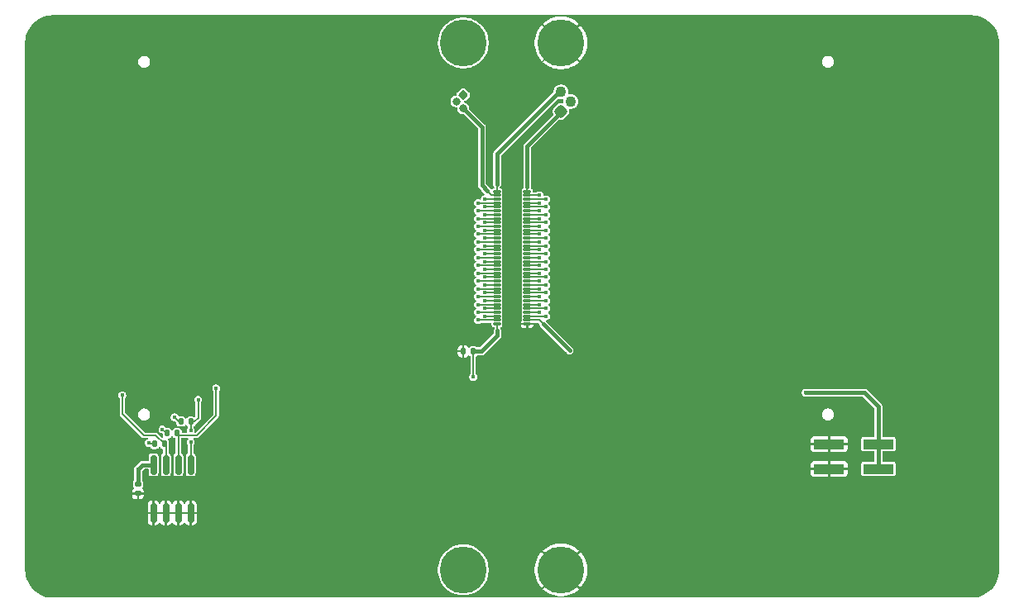
<source format=gbr>
%TF.GenerationSoftware,KiCad,Pcbnew,9.0.3*%
%TF.CreationDate,2025-10-01T18:37:07-04:00*%
%TF.ProjectId,ephys-test-module-64,65706879-732d-4746-9573-742d6d6f6475,C*%
%TF.SameCoordinates,Original*%
%TF.FileFunction,Copper,L1,Top*%
%TF.FilePolarity,Positive*%
%FSLAX46Y46*%
G04 Gerber Fmt 4.6, Leading zero omitted, Abs format (unit mm)*
G04 Created by KiCad (PCBNEW 9.0.3) date 2025-10-01 18:37:07*
%MOMM*%
%LPD*%
G01*
G04 APERTURE LIST*
G04 Aperture macros list*
%AMRoundRect*
0 Rectangle with rounded corners*
0 $1 Rounding radius*
0 $2 $3 $4 $5 $6 $7 $8 $9 X,Y pos of 4 corners*
0 Add a 4 corners polygon primitive as box body*
4,1,4,$2,$3,$4,$5,$6,$7,$8,$9,$2,$3,0*
0 Add four circle primitives for the rounded corners*
1,1,$1+$1,$2,$3*
1,1,$1+$1,$4,$5*
1,1,$1+$1,$6,$7*
1,1,$1+$1,$8,$9*
0 Add four rect primitives between the rounded corners*
20,1,$1+$1,$2,$3,$4,$5,0*
20,1,$1+$1,$4,$5,$6,$7,0*
20,1,$1+$1,$6,$7,$8,$9,0*
20,1,$1+$1,$8,$9,$2,$3,0*%
G04 Aperture macros list end*
%TA.AperFunction,SMDPad,CuDef*%
%ADD10R,3.150000X1.000000*%
%TD*%
%TA.AperFunction,ComponentPad*%
%ADD11C,4.800000*%
%TD*%
%TA.AperFunction,SMDPad,CuDef*%
%ADD12RoundRect,0.135000X-0.135000X-0.185000X0.135000X-0.185000X0.135000X0.185000X-0.135000X0.185000X0*%
%TD*%
%TA.AperFunction,SMDPad,CuDef*%
%ADD13RoundRect,0.135000X0.135000X0.185000X-0.135000X0.185000X-0.135000X-0.185000X0.135000X-0.185000X0*%
%TD*%
%TA.AperFunction,ComponentPad*%
%ADD14RoundRect,0.200000X-0.282843X0.000000X0.000000X-0.282843X0.282843X0.000000X0.000000X0.282843X0*%
%TD*%
%TA.AperFunction,ComponentPad*%
%ADD15C,0.800000*%
%TD*%
%TA.AperFunction,SMDPad,CuDef*%
%ADD16RoundRect,0.010000X0.340000X-0.090000X0.340000X0.090000X-0.340000X0.090000X-0.340000X-0.090000X0*%
%TD*%
%TA.AperFunction,SMDPad,CuDef*%
%ADD17RoundRect,0.150000X0.150000X-0.825000X0.150000X0.825000X-0.150000X0.825000X-0.150000X-0.825000X0*%
%TD*%
%TA.AperFunction,ComponentPad*%
%ADD18RoundRect,0.275000X0.388909X0.000000X0.000000X0.388909X-0.388909X0.000000X0.000000X-0.388909X0*%
%TD*%
%TA.AperFunction,ComponentPad*%
%ADD19C,1.100000*%
%TD*%
%TA.AperFunction,SMDPad,CuDef*%
%ADD20RoundRect,0.140000X-0.170000X0.140000X-0.170000X-0.140000X0.170000X-0.140000X0.170000X0.140000X0*%
%TD*%
%TA.AperFunction,ViaPad*%
%ADD21C,0.400000*%
%TD*%
%TA.AperFunction,Conductor*%
%ADD22C,0.400000*%
%TD*%
%TA.AperFunction,Conductor*%
%ADD23C,0.150000*%
%TD*%
G04 APERTURE END LIST*
D10*
%TO.P,J4,1,Pin_1*%
%TO.N,REF*%
X195496000Y-123655000D03*
%TO.P,J4,2,Pin_2*%
%TO.N,GND*%
X190446000Y-123655000D03*
%TO.P,J4,3,Pin_3*%
%TO.N,REF*%
X195496000Y-121115000D03*
%TO.P,J4,4,Pin_4*%
%TO.N,GND*%
X190446000Y-121115000D03*
%TD*%
D11*
%TO.P,TP1,1,1*%
%TO.N,/Headstage Interface/E_{stim}*%
X153000000Y-134000000D03*
%TD*%
%TO.P,TP2,1,1*%
%TO.N,GND*%
X163000000Y-134000000D03*
%TD*%
D12*
%TO.P,R3,1*%
%TO.N,VCC*%
X122690000Y-120000000D03*
%TO.P,R3,2*%
%TO.N,/Test Signal Interface/SCL*%
X123710000Y-120000000D03*
%TD*%
D11*
%TO.P,TP4,1,1*%
%TO.N,GND*%
X163000000Y-80000000D03*
%TD*%
D13*
%TO.P,R4,1*%
%TO.N,/Headstage Interface/E_{stim}*%
X154020000Y-111600000D03*
%TO.P,R4,2*%
%TO.N,GND*%
X153000000Y-111600000D03*
%TD*%
D14*
%TO.P,LD1,1,A*%
%TO.N,/Headstage Interface/A*%
X153000000Y-85300000D03*
D15*
%TO.P,LD1,2,NC*%
%TO.N,unconnected-(LD1-NC-Pad2)*%
X152300000Y-86000000D03*
%TO.P,LD1,3,C*%
%TO.N,/Headstage Interface/K_{0}*%
X153000000Y-86700000D03*
%TD*%
D16*
%TO.P,J1,1,Pin_1*%
%TO.N,/Headstage Interface/E_{stim}*%
X156460000Y-108800000D03*
%TO.P,J1,2,Pin_2*%
%TO.N,GND*%
X159540000Y-108800000D03*
%TO.P,J1,3,Pin_3*%
%TO.N,/Headstage Interface/B7.E_{7}*%
X156460000Y-108400000D03*
%TO.P,J1,4,Pin_4*%
%TO.N,REF*%
X159540000Y-108400000D03*
%TO.P,J1,5,Pin_5*%
%TO.N,/Headstage Interface/B7.E_{6}*%
X156460000Y-108000000D03*
%TO.P,J1,6,Pin_6*%
%TO.N,/Headstage Interface/B11.E_{7}*%
X159540000Y-108000000D03*
%TO.P,J1,7,Pin_7*%
%TO.N,/Headstage Interface/B7.E_{5}*%
X156460000Y-107600000D03*
%TO.P,J1,8,Pin_8*%
%TO.N,/Headstage Interface/B11.E_{6}*%
X159540000Y-107600000D03*
%TO.P,J1,9,Pin_9*%
%TO.N,/Headstage Interface/B7.E_{4}*%
X156460000Y-107200000D03*
%TO.P,J1,10,Pin_10*%
%TO.N,/Headstage Interface/B11.E_{5}*%
X159540000Y-107200000D03*
%TO.P,J1,11,Pin_11*%
%TO.N,/Headstage Interface/B7.E_{3}*%
X156460000Y-106800000D03*
%TO.P,J1,12,Pin_12*%
%TO.N,/Headstage Interface/B11.E_{4}*%
X159540000Y-106800000D03*
%TO.P,J1,13,Pin_13*%
%TO.N,/Headstage Interface/B7.E_{2}*%
X156460000Y-106400000D03*
%TO.P,J1,14,Pin_14*%
%TO.N,/Headstage Interface/B11.E_{3}*%
X159540000Y-106400000D03*
%TO.P,J1,15,Pin_15*%
%TO.N,/Headstage Interface/B7.E_{1}*%
X156460000Y-106000000D03*
%TO.P,J1,16,Pin_16*%
%TO.N,/Headstage Interface/B11.E_{2}*%
X159540000Y-106000000D03*
%TO.P,J1,17,Pin_17*%
%TO.N,/Headstage Interface/B7.E_{0}*%
X156460000Y-105600000D03*
%TO.P,J1,18,Pin_18*%
%TO.N,/Headstage Interface/B11.E_{1}*%
X159540000Y-105600000D03*
%TO.P,J1,19,Pin_19*%
%TO.N,/Headstage Interface/B6.E_{7}*%
X156460000Y-105200000D03*
%TO.P,J1,20,Pin_20*%
%TO.N,/Headstage Interface/B11.E_{0}*%
X159540000Y-105200000D03*
%TO.P,J1,21,Pin_21*%
%TO.N,/Headstage Interface/B6.E_{6}*%
X156460000Y-104800000D03*
%TO.P,J1,22,Pin_22*%
%TO.N,/Headstage Interface/B10.E_{7}*%
X159540000Y-104800000D03*
%TO.P,J1,23,Pin_23*%
%TO.N,/Headstage Interface/B6.E_{5}*%
X156460000Y-104400000D03*
%TO.P,J1,24,Pin_24*%
%TO.N,/Headstage Interface/B10.E_{6}*%
X159540000Y-104400000D03*
%TO.P,J1,25,Pin_25*%
%TO.N,/Headstage Interface/B6.E_{4}*%
X156460000Y-104000000D03*
%TO.P,J1,26,Pin_26*%
%TO.N,/Headstage Interface/B10.E_{5}*%
X159540000Y-104000000D03*
%TO.P,J1,27,Pin_27*%
%TO.N,/Headstage Interface/B6.E_{3}*%
X156460000Y-103600000D03*
%TO.P,J1,28,Pin_28*%
%TO.N,/Headstage Interface/B10.E_{4}*%
X159540000Y-103600000D03*
%TO.P,J1,29,Pin_29*%
%TO.N,/Headstage Interface/B6.E_{2}*%
X156460000Y-103200000D03*
%TO.P,J1,30,Pin_30*%
%TO.N,/Headstage Interface/B10.E_{3}*%
X159540000Y-103200000D03*
%TO.P,J1,31,Pin_31*%
%TO.N,/Headstage Interface/B6.E_{1}*%
X156460000Y-102800000D03*
%TO.P,J1,32,Pin_32*%
%TO.N,/Headstage Interface/B10.E_{2}*%
X159540000Y-102800000D03*
%TO.P,J1,33,Pin_33*%
%TO.N,/Headstage Interface/B6.E_{0}*%
X156460000Y-102400000D03*
%TO.P,J1,34,Pin_34*%
%TO.N,/Headstage Interface/B10.E_{1}*%
X159540000Y-102400000D03*
%TO.P,J1,35,Pin_35*%
%TO.N,/Headstage Interface/B5.E_{7}*%
X156460000Y-102000000D03*
%TO.P,J1,36,Pin_36*%
%TO.N,/Headstage Interface/B10.E_{0}*%
X159540000Y-102000000D03*
%TO.P,J1,37,Pin_37*%
%TO.N,/Headstage Interface/B5.E_{6}*%
X156460000Y-101600000D03*
%TO.P,J1,38,Pin_38*%
%TO.N,/Headstage Interface/B9.E_{7}*%
X159540000Y-101600000D03*
%TO.P,J1,39,Pin_39*%
%TO.N,/Headstage Interface/B5.E_{5}*%
X156460000Y-101200000D03*
%TO.P,J1,40,Pin_40*%
%TO.N,/Headstage Interface/B9.E_{6}*%
X159540000Y-101200000D03*
%TO.P,J1,41,Pin_41*%
%TO.N,/Headstage Interface/B5.E_{4}*%
X156460000Y-100800000D03*
%TO.P,J1,42,Pin_42*%
%TO.N,/Headstage Interface/B9.E_{5}*%
X159540000Y-100800000D03*
%TO.P,J1,43,Pin_43*%
%TO.N,/Headstage Interface/B5.E_{3}*%
X156460000Y-100400000D03*
%TO.P,J1,44,Pin_44*%
%TO.N,/Headstage Interface/B9.E_{4}*%
X159540000Y-100400000D03*
%TO.P,J1,45,Pin_45*%
%TO.N,/Headstage Interface/B5.E_{2}*%
X156460000Y-100000000D03*
%TO.P,J1,46,Pin_46*%
%TO.N,/Headstage Interface/B9.E_{3}*%
X159540000Y-100000000D03*
%TO.P,J1,47,Pin_47*%
%TO.N,/Headstage Interface/B5.E_{1}*%
X156460000Y-99600000D03*
%TO.P,J1,48,Pin_48*%
%TO.N,/Headstage Interface/B9.E_{2}*%
X159540000Y-99600000D03*
%TO.P,J1,49,Pin_49*%
%TO.N,/Headstage Interface/B5.E_{0}*%
X156460000Y-99200000D03*
%TO.P,J1,50,Pin_50*%
%TO.N,/Headstage Interface/B9.E_{1}*%
X159540000Y-99200000D03*
%TO.P,J1,51,Pin_51*%
%TO.N,/Headstage Interface/B4.E_{7}*%
X156460000Y-98800000D03*
%TO.P,J1,52,Pin_52*%
%TO.N,/Headstage Interface/B9.E_{0}*%
X159540000Y-98800000D03*
%TO.P,J1,53,Pin_53*%
%TO.N,/Headstage Interface/B4.E_{6}*%
X156460000Y-98400000D03*
%TO.P,J1,54,Pin_54*%
%TO.N,/Headstage Interface/B8.E_{7}*%
X159540000Y-98400000D03*
%TO.P,J1,55,Pin_55*%
%TO.N,/Headstage Interface/B4.E_{5}*%
X156460000Y-98000000D03*
%TO.P,J1,56,Pin_56*%
%TO.N,/Headstage Interface/B8.E_{6}*%
X159540000Y-98000000D03*
%TO.P,J1,57,Pin_57*%
%TO.N,/Headstage Interface/B4.E_{4}*%
X156460000Y-97600000D03*
%TO.P,J1,58,Pin_58*%
%TO.N,/Headstage Interface/B8.E_{5}*%
X159540000Y-97600000D03*
%TO.P,J1,59,Pin_59*%
%TO.N,/Headstage Interface/B4.E_{3}*%
X156460000Y-97200000D03*
%TO.P,J1,60,Pin_60*%
%TO.N,/Headstage Interface/B8.E_{4}*%
X159540000Y-97200000D03*
%TO.P,J1,61,Pin_61*%
%TO.N,/Headstage Interface/B4.E_{2}*%
X156460000Y-96800000D03*
%TO.P,J1,62,Pin_62*%
%TO.N,/Headstage Interface/B8.E_{3}*%
X159540000Y-96800000D03*
%TO.P,J1,63,Pin_63*%
%TO.N,/Headstage Interface/B4.E_{1}*%
X156460000Y-96400000D03*
%TO.P,J1,64,Pin_64*%
%TO.N,/Headstage Interface/B8.E_{2}*%
X159540000Y-96400000D03*
%TO.P,J1,65,Pin_65*%
%TO.N,/Headstage Interface/B4.E_{0}*%
X156460000Y-96000000D03*
%TO.P,J1,66,Pin_66*%
%TO.N,/Headstage Interface/B8.E_{1}*%
X159540000Y-96000000D03*
%TO.P,J1,67,Pin_67*%
%TO.N,/Headstage Interface/K_{0}*%
X156460000Y-95600000D03*
%TO.P,J1,68,Pin_68*%
%TO.N,/Headstage Interface/B8.E_{0}*%
X159540000Y-95600000D03*
%TO.P,J1,69,Pin_69*%
%TO.N,/Headstage Interface/K_{1}*%
X156460000Y-95200000D03*
%TO.P,J1,70,Pin_70*%
%TO.N,/Headstage Interface/A*%
X159540000Y-95200000D03*
%TD*%
D12*
%TO.P,R1,1*%
%TO.N,VCC*%
X121390000Y-121100000D03*
%TO.P,R1,2*%
%TO.N,/Test Signal Interface/WP*%
X122410000Y-121100000D03*
%TD*%
D17*
%TO.P,U1,1,A0*%
%TO.N,GND*%
X121295000Y-128175000D03*
%TO.P,U1,2,A1*%
X122565000Y-128175000D03*
%TO.P,U1,3,A2*%
X123835000Y-128175000D03*
%TO.P,U1,4,GND*%
X125105000Y-128175000D03*
%TO.P,U1,5,SDA*%
%TO.N,/Test Signal Interface/SDA*%
X125105000Y-123225000D03*
%TO.P,U1,6,SCL*%
%TO.N,/Test Signal Interface/SCL*%
X123835000Y-123225000D03*
%TO.P,U1,7,WP*%
%TO.N,/Test Signal Interface/WP*%
X122565000Y-123225000D03*
%TO.P,U1,8,VCC*%
%TO.N,VCC*%
X121295000Y-123225000D03*
%TD*%
D12*
%TO.P,R2,1*%
%TO.N,VCC*%
X124090000Y-118800000D03*
%TO.P,R2,2*%
%TO.N,/Test Signal Interface/SDA*%
X125110000Y-118800000D03*
%TD*%
D18*
%TO.P,LD2,1,A*%
%TO.N,/Headstage Interface/A*%
X163000000Y-87000000D03*
D19*
%TO.P,LD2,2,NC*%
%TO.N,unconnected-(LD2-NC-Pad2)*%
X164000000Y-86000000D03*
%TO.P,LD2,3,C*%
%TO.N,/Headstage Interface/K_{1}*%
X163000000Y-85000000D03*
%TD*%
D20*
%TO.P,C1,1*%
%TO.N,VCC*%
X119700000Y-125220000D03*
%TO.P,C1,2*%
%TO.N,GND*%
X119700000Y-126180000D03*
%TD*%
D11*
%TO.P,TP3,1,1*%
%TO.N,/Headstage Interface/A*%
X153000000Y-80000000D03*
%TD*%
D21*
%TO.N,GND*%
X159177000Y-121916000D03*
X172997000Y-124013000D03*
X175981000Y-114462000D03*
X187904000Y-114173000D03*
%TO.N,REF*%
X188054000Y-115836000D03*
X193464000Y-115836000D03*
X163885000Y-111510000D03*
%TO.N,/Headstage Interface/E_{stim}*%
X154020000Y-114223000D03*
%TO.N,GND*%
X157900000Y-95700000D03*
X202300000Y-124800000D03*
X175500000Y-99600000D03*
X113500000Y-81700000D03*
X128900000Y-99600000D03*
X113269807Y-112500000D03*
X153400000Y-91900000D03*
X133600000Y-117000000D03*
X161400000Y-132300000D03*
X187500000Y-92500000D03*
X135000000Y-80800000D03*
X166800000Y-111700000D03*
X148400000Y-81100000D03*
X113800000Y-133900000D03*
X138700000Y-106800000D03*
X187200000Y-99600000D03*
X179700000Y-132600000D03*
X203200000Y-107500000D03*
X141400000Y-92500000D03*
X149375000Y-122707000D03*
X175300000Y-106800000D03*
X187500000Y-106800000D03*
X140100000Y-99600000D03*
X128900000Y-133600000D03*
X113100000Y-94400000D03*
X158000000Y-106300000D03*
X159400000Y-113200000D03*
X203000000Y-80900000D03*
X174500000Y-92400000D03*
X193900000Y-134700000D03*
X148100000Y-112900000D03*
X184300000Y-116500000D03*
X202900000Y-91100000D03*
X129000000Y-107000000D03*
X129000000Y-92400000D03*
X184900000Y-80200000D03*
X174067445Y-80221652D03*
X161900000Y-92500000D03*
X141900000Y-133000000D03*
%TO.N,VCC*%
X120800000Y-121000000D03*
X123450000Y-118350000D03*
X119700000Y-124200000D03*
X119700000Y-123700000D03*
X122200000Y-119600000D03*
%TO.N,/Headstage Interface/B7.E_{7}*%
X154500000Y-108400000D03*
%TO.N,/Headstage Interface/B5.E_{0}*%
X155200000Y-99200000D03*
%TO.N,/Headstage Interface/B5.E_{2}*%
X155200000Y-100000000D03*
%TO.N,/Headstage Interface/B7.E_{3}*%
X154500000Y-106800000D03*
%TO.N,/Headstage Interface/B7.E_{1}*%
X154500000Y-106000000D03*
%TO.N,/Headstage Interface/B5.E_{5}*%
X154500000Y-101200000D03*
%TO.N,/Headstage Interface/B4.E_{7}*%
X154500000Y-98800000D03*
%TO.N,/Headstage Interface/B4.E_{5}*%
X154500000Y-98000000D03*
%TO.N,/Headstage Interface/B4.E_{2}*%
X155200000Y-96800000D03*
%TO.N,/Headstage Interface/B6.E_{2}*%
X155200000Y-103200000D03*
%TO.N,/Headstage Interface/B4.E_{3}*%
X154500000Y-97200000D03*
%TO.N,/Headstage Interface/B7.E_{5}*%
X154500000Y-107600000D03*
%TO.N,/Headstage Interface/B7.E_{0}*%
X155200000Y-105600000D03*
%TO.N,/Headstage Interface/B7.E_{4}*%
X155200000Y-107200000D03*
%TO.N,/Headstage Interface/B4.E_{6}*%
X155200000Y-98400000D03*
%TO.N,/Headstage Interface/B6.E_{5}*%
X154500000Y-104400000D03*
%TO.N,/Headstage Interface/B7.E_{6}*%
X155200000Y-108000000D03*
%TO.N,/Headstage Interface/B7.E_{2}*%
X155200000Y-106400000D03*
%TO.N,/Headstage Interface/B5.E_{7}*%
X154500000Y-102000000D03*
%TO.N,/Headstage Interface/B6.E_{7}*%
X154500000Y-105200000D03*
%TO.N,/Headstage Interface/B6.E_{0}*%
X155200000Y-102400000D03*
%TO.N,/Headstage Interface/B5.E_{1}*%
X154500000Y-99600000D03*
%TO.N,/Headstage Interface/B4.E_{4}*%
X155200000Y-97600000D03*
%TO.N,/Headstage Interface/B4.E_{0}*%
X155200000Y-96000000D03*
%TO.N,/Headstage Interface/B6.E_{6}*%
X155200000Y-104800000D03*
%TO.N,/Headstage Interface/B6.E_{1}*%
X154500000Y-102800000D03*
%TO.N,/Headstage Interface/B5.E_{6}*%
X155200000Y-101600000D03*
%TO.N,/Headstage Interface/B6.E_{4}*%
X155200000Y-104000000D03*
%TO.N,/Headstage Interface/B5.E_{4}*%
X155200000Y-100800000D03*
%TO.N,/Headstage Interface/B5.E_{3}*%
X154500000Y-100400000D03*
%TO.N,/Headstage Interface/B4.E_{1}*%
X154500000Y-96400000D03*
%TO.N,/Headstage Interface/B6.E_{3}*%
X154500000Y-103600000D03*
%TO.N,/Headstage Interface/B8.E_{2}*%
X160800000Y-96400000D03*
%TO.N,/Test Signal Interface/SDA*%
X125863500Y-116536500D03*
X125100000Y-120900000D03*
X125100000Y-119700000D03*
%TO.N,/Headstage Interface/B10.E_{4}*%
X160800000Y-103600000D03*
%TO.N,/Headstage Interface/B8.E_{7}*%
X161500000Y-98400000D03*
%TO.N,/Test Signal Interface/SCL*%
X127700000Y-115400000D03*
%TO.N,/Headstage Interface/B8.E_{3}*%
X161500000Y-96800000D03*
%TO.N,/Headstage Interface/B11.E_{5}*%
X161500000Y-107200000D03*
%TO.N,/Headstage Interface/B8.E_{4}*%
X160800000Y-97200000D03*
%TO.N,/Headstage Interface/B9.E_{1}*%
X161500000Y-99200000D03*
%TO.N,/Headstage Interface/B8.E_{0}*%
X160800000Y-95600000D03*
%TO.N,/Headstage Interface/B9.E_{0}*%
X160800000Y-98800000D03*
%TO.N,/Headstage Interface/B9.E_{5}*%
X161500000Y-100800000D03*
%TO.N,/Headstage Interface/B10.E_{3}*%
X161500000Y-103200000D03*
%TO.N,/Headstage Interface/B11.E_{4}*%
X160800000Y-106800000D03*
%TO.N,/Headstage Interface/B10.E_{1}*%
X161500000Y-102400000D03*
%TO.N,/Headstage Interface/B10.E_{2}*%
X160800000Y-102800000D03*
%TO.N,/Headstage Interface/B10.E_{7}*%
X161500000Y-104800000D03*
%TO.N,/Headstage Interface/B9.E_{3}*%
X161500000Y-100000000D03*
%TO.N,/Headstage Interface/B9.E_{4}*%
X160800000Y-100400000D03*
%TO.N,/Headstage Interface/B11.E_{0}*%
X160800000Y-105200000D03*
%TO.N,/Headstage Interface/B11.E_{6}*%
X160800000Y-107600000D03*
%TO.N,/Headstage Interface/B9.E_{6}*%
X160800000Y-101200000D03*
%TO.N,/Headstage Interface/B8.E_{1}*%
X161500000Y-96000000D03*
%TO.N,/Headstage Interface/B11.E_{1}*%
X161500000Y-105600000D03*
%TO.N,/Headstage Interface/B8.E_{6}*%
X160800000Y-98000000D03*
%TO.N,/Headstage Interface/B11.E_{3}*%
X161500000Y-106400000D03*
%TO.N,/Headstage Interface/B9.E_{7}*%
X161500000Y-101600000D03*
%TO.N,/Headstage Interface/B9.E_{2}*%
X160800000Y-99600000D03*
%TO.N,/Headstage Interface/B8.E_{5}*%
X161500000Y-97600000D03*
%TO.N,/Headstage Interface/B11.E_{7}*%
X161500000Y-108000000D03*
%TO.N,/Headstage Interface/B10.E_{6}*%
X160800000Y-104400000D03*
%TO.N,/Headstage Interface/B10.E_{0}*%
X160800000Y-102000000D03*
%TO.N,/Headstage Interface/B10.E_{5}*%
X161500000Y-104000000D03*
%TO.N,/Headstage Interface/B11.E_{2}*%
X160800000Y-106000000D03*
%TO.N,/Test Signal Interface/WP*%
X118100000Y-116100000D03*
%TD*%
D22*
%TO.N,REF*%
X194063000Y-115836000D02*
X193464000Y-115836000D01*
X195496000Y-121115000D02*
X195496000Y-117269000D01*
X195496000Y-117269000D02*
X194063000Y-115836000D01*
X193464000Y-115836000D02*
X188054000Y-115836000D01*
X195496000Y-121115000D02*
X195496000Y-123655000D01*
X163885000Y-111485000D02*
X163885000Y-111510000D01*
X162826500Y-110426500D02*
X163885000Y-111485000D01*
D23*
%TO.N,/Headstage Interface/E_{stim}*%
X154020000Y-111600000D02*
X154020000Y-114223000D01*
D22*
%TO.N,VCC*%
X119700000Y-125220000D02*
X119700000Y-123700000D01*
D23*
X122600000Y-120000000D02*
X122200000Y-119600000D01*
X120900000Y-121100000D02*
X120800000Y-121000000D01*
X122690000Y-120000000D02*
X122600000Y-120000000D01*
X124090000Y-118800000D02*
X123900000Y-118800000D01*
X121390000Y-121100000D02*
X120900000Y-121100000D01*
D22*
X119700000Y-123700000D02*
X119700000Y-124400000D01*
X119700000Y-124400000D02*
X119700000Y-124200000D01*
D23*
X123900000Y-118800000D02*
X123450000Y-118350000D01*
D22*
X120175000Y-123225000D02*
X119700000Y-123700000D01*
X121295000Y-123225000D02*
X120175000Y-123225000D01*
D23*
%TO.N,/Headstage Interface/B7.E_{7}*%
X156460000Y-108400000D02*
X154500000Y-108400000D01*
%TO.N,/Headstage Interface/B5.E_{0}*%
X156460000Y-99200000D02*
X155200000Y-99200000D01*
%TO.N,/Headstage Interface/B5.E_{2}*%
X156460000Y-100000000D02*
X155200000Y-100000000D01*
%TO.N,/Headstage Interface/B7.E_{3}*%
X156460000Y-106800000D02*
X154500000Y-106800000D01*
%TO.N,/Headstage Interface/B7.E_{1}*%
X156460000Y-106000000D02*
X154500000Y-106000000D01*
%TO.N,/Headstage Interface/B5.E_{5}*%
X156460000Y-101200000D02*
X154500000Y-101200000D01*
%TO.N,/Headstage Interface/B4.E_{7}*%
X156460000Y-98800000D02*
X154500000Y-98800000D01*
D22*
%TO.N,/Headstage Interface/K_{0}*%
X155450000Y-95150000D02*
X154900000Y-94600000D01*
X154900000Y-94600000D02*
X154900000Y-88600000D01*
D23*
X155450000Y-95150000D02*
X155900000Y-95600000D01*
X155900000Y-95600000D02*
X156460000Y-95600000D01*
D22*
X154900000Y-88600000D02*
X153000000Y-86700000D01*
D23*
%TO.N,/Headstage Interface/B4.E_{5}*%
X156460000Y-98000000D02*
X154500000Y-98000000D01*
%TO.N,/Headstage Interface/B4.E_{2}*%
X156460000Y-96800000D02*
X155200000Y-96800000D01*
%TO.N,/Headstage Interface/B6.E_{2}*%
X156460000Y-103200000D02*
X155200000Y-103200000D01*
D22*
%TO.N,/Headstage Interface/E_{stim}*%
X154020000Y-111600000D02*
X154890000Y-111600000D01*
D23*
X156500000Y-108840000D02*
X156460000Y-108800000D01*
D22*
X156500000Y-109990000D02*
X156500000Y-109500000D01*
X154890000Y-111600000D02*
X156500000Y-109990000D01*
D23*
X156500000Y-109400000D02*
X156500000Y-108840000D01*
X156500000Y-109400000D02*
X156500000Y-109500000D01*
%TO.N,/Headstage Interface/B4.E_{3}*%
X156460000Y-97200000D02*
X154500000Y-97200000D01*
%TO.N,/Headstage Interface/B7.E_{5}*%
X156460000Y-107600000D02*
X154500000Y-107600000D01*
%TO.N,/Headstage Interface/B7.E_{0}*%
X156460000Y-105600000D02*
X155200000Y-105600000D01*
%TO.N,/Headstage Interface/B7.E_{4}*%
X156460000Y-107200000D02*
X155200000Y-107200000D01*
%TO.N,/Headstage Interface/B4.E_{6}*%
X156460000Y-98400000D02*
X155200000Y-98400000D01*
%TO.N,/Headstage Interface/B6.E_{5}*%
X156460000Y-104400000D02*
X154500000Y-104400000D01*
%TO.N,/Headstage Interface/B7.E_{6}*%
X156460000Y-108000000D02*
X155200000Y-108000000D01*
%TO.N,/Headstage Interface/K_{1}*%
X156460000Y-95200000D02*
X156460000Y-94500000D01*
D22*
X162800000Y-85000000D02*
X163000000Y-85000000D01*
X156460000Y-91340000D02*
X162800000Y-85000000D01*
X156460000Y-94500000D02*
X156460000Y-91340000D01*
D23*
%TO.N,/Headstage Interface/B7.E_{2}*%
X156460000Y-106400000D02*
X155200000Y-106400000D01*
%TO.N,/Headstage Interface/B5.E_{7}*%
X156460000Y-102000000D02*
X154500000Y-102000000D01*
%TO.N,/Headstage Interface/B6.E_{7}*%
X156460000Y-105200000D02*
X154500000Y-105200000D01*
%TO.N,/Headstage Interface/B6.E_{0}*%
X156460000Y-102400000D02*
X155200000Y-102400000D01*
%TO.N,/Headstage Interface/B5.E_{1}*%
X156460000Y-99600000D02*
X154500000Y-99600000D01*
%TO.N,/Headstage Interface/B4.E_{4}*%
X156460000Y-97600000D02*
X155200000Y-97600000D01*
%TO.N,/Headstage Interface/B4.E_{0}*%
X156460000Y-96000000D02*
X155200000Y-96000000D01*
%TO.N,REF*%
X160800000Y-108400000D02*
X161200000Y-108800000D01*
X159540000Y-108400000D02*
X160800000Y-108400000D01*
D22*
X161200000Y-108800000D02*
X162826500Y-110426500D01*
D23*
%TO.N,/Headstage Interface/A*%
X159540000Y-95200000D02*
X159540000Y-94700000D01*
D22*
X159540000Y-94700000D02*
X159540000Y-90560000D01*
X159540000Y-90560000D02*
X163000000Y-87100000D01*
X163000000Y-87100000D02*
X163000000Y-87000000D01*
D23*
%TO.N,/Headstage Interface/B6.E_{6}*%
X156460000Y-104800000D02*
X155200000Y-104800000D01*
%TO.N,/Headstage Interface/B6.E_{1}*%
X156460000Y-102800000D02*
X154500000Y-102800000D01*
%TO.N,/Headstage Interface/B5.E_{6}*%
X156460000Y-101600000D02*
X155200000Y-101600000D01*
%TO.N,/Headstage Interface/B6.E_{4}*%
X156460000Y-104000000D02*
X155200000Y-104000000D01*
%TO.N,/Headstage Interface/B5.E_{4}*%
X156460000Y-100800000D02*
X155200000Y-100800000D01*
%TO.N,/Headstage Interface/B5.E_{3}*%
X156460000Y-100400000D02*
X154500000Y-100400000D01*
%TO.N,/Headstage Interface/B4.E_{1}*%
X156460000Y-96400000D02*
X154500000Y-96400000D01*
%TO.N,/Headstage Interface/B6.E_{3}*%
X156460000Y-103600000D02*
X154500000Y-103600000D01*
%TO.N,/Headstage Interface/B8.E_{2}*%
X159540000Y-96400000D02*
X160800000Y-96400000D01*
%TO.N,/Test Signal Interface/SDA*%
X125863500Y-116536500D02*
X125863500Y-118436500D01*
X125863500Y-118436500D02*
X125500000Y-118800000D01*
X125040000Y-123160000D02*
X125105000Y-123225000D01*
X125110000Y-119390000D02*
X125110000Y-118800000D01*
X125100000Y-119400000D02*
X125110000Y-119390000D01*
X125105000Y-123225000D02*
X125105000Y-120905000D01*
X125100000Y-119700000D02*
X125100000Y-119400000D01*
X125500000Y-118800000D02*
X125110000Y-118800000D01*
X125105000Y-120905000D02*
X125100000Y-120900000D01*
%TO.N,/Headstage Interface/B10.E_{4}*%
X159540000Y-103600000D02*
X160800000Y-103600000D01*
%TO.N,/Headstage Interface/B8.E_{7}*%
X159540000Y-98400000D02*
X161500000Y-98400000D01*
%TO.N,/Test Signal Interface/SCL*%
X123910000Y-120200000D02*
X123710000Y-120000000D01*
X123835000Y-123225000D02*
X123835000Y-120125000D01*
X127700000Y-115400000D02*
X127700000Y-118200000D01*
X123710000Y-119910000D02*
X123710000Y-120000000D01*
X125700000Y-120200000D02*
X123910000Y-120200000D01*
X127700000Y-118200000D02*
X125700000Y-120200000D01*
X123835000Y-120125000D02*
X123710000Y-120000000D01*
%TO.N,/Headstage Interface/B8.E_{3}*%
X159540000Y-96800000D02*
X161500000Y-96800000D01*
%TO.N,/Headstage Interface/B11.E_{5}*%
X159540000Y-107200000D02*
X161500000Y-107200000D01*
%TO.N,/Headstage Interface/B8.E_{4}*%
X159540000Y-97200000D02*
X160800000Y-97200000D01*
%TO.N,/Headstage Interface/B9.E_{1}*%
X159540000Y-99200000D02*
X161500000Y-99200000D01*
%TO.N,/Headstage Interface/B8.E_{0}*%
X159540000Y-95600000D02*
X160800000Y-95600000D01*
%TO.N,/Headstage Interface/B9.E_{0}*%
X159540000Y-98800000D02*
X160800000Y-98800000D01*
%TO.N,/Headstage Interface/B9.E_{5}*%
X159540000Y-100800000D02*
X161500000Y-100800000D01*
%TO.N,/Headstage Interface/B10.E_{3}*%
X159540000Y-103200000D02*
X161500000Y-103200000D01*
%TO.N,/Headstage Interface/B11.E_{4}*%
X159540000Y-106800000D02*
X160800000Y-106800000D01*
%TO.N,/Headstage Interface/B10.E_{1}*%
X159540000Y-102400000D02*
X161500000Y-102400000D01*
%TO.N,/Headstage Interface/B10.E_{2}*%
X159540000Y-102800000D02*
X160800000Y-102800000D01*
%TO.N,/Headstage Interface/B10.E_{7}*%
X159540000Y-104800000D02*
X161500000Y-104800000D01*
%TO.N,/Headstage Interface/B9.E_{3}*%
X159540000Y-100000000D02*
X161500000Y-100000000D01*
%TO.N,/Headstage Interface/B9.E_{4}*%
X159540000Y-100400000D02*
X160800000Y-100400000D01*
%TO.N,/Headstage Interface/B11.E_{0}*%
X159540000Y-105200000D02*
X160800000Y-105200000D01*
%TO.N,/Headstage Interface/B11.E_{6}*%
X159540000Y-107600000D02*
X160800000Y-107600000D01*
%TO.N,/Headstage Interface/B9.E_{6}*%
X159540000Y-101200000D02*
X160800000Y-101200000D01*
%TO.N,/Headstage Interface/B8.E_{1}*%
X159540000Y-96000000D02*
X161500000Y-96000000D01*
%TO.N,/Headstage Interface/B11.E_{1}*%
X159540000Y-105600000D02*
X161500000Y-105600000D01*
%TO.N,/Headstage Interface/B8.E_{6}*%
X159540000Y-98000000D02*
X160800000Y-98000000D01*
%TO.N,/Headstage Interface/B11.E_{3}*%
X159540000Y-106400000D02*
X161500000Y-106400000D01*
%TO.N,/Headstage Interface/B9.E_{7}*%
X159540000Y-101600000D02*
X161500000Y-101600000D01*
%TO.N,/Headstage Interface/B9.E_{2}*%
X159540000Y-99600000D02*
X160800000Y-99600000D01*
%TO.N,/Headstage Interface/B8.E_{5}*%
X159540000Y-97600000D02*
X161500000Y-97600000D01*
%TO.N,/Headstage Interface/B11.E_{7}*%
X160600000Y-108000000D02*
X159540000Y-108000000D01*
X161500000Y-108000000D02*
X160500000Y-108000000D01*
X160500000Y-108000000D02*
X160600000Y-108000000D01*
%TO.N,/Headstage Interface/B10.E_{6}*%
X159540000Y-104400000D02*
X160800000Y-104400000D01*
%TO.N,/Headstage Interface/B10.E_{0}*%
X159540000Y-102000000D02*
X160800000Y-102000000D01*
%TO.N,/Headstage Interface/B10.E_{5}*%
X159540000Y-104000000D02*
X161500000Y-104000000D01*
%TO.N,/Headstage Interface/B11.E_{2}*%
X159540000Y-106000000D02*
X160800000Y-106000000D01*
%TO.N,/Test Signal Interface/WP*%
X121510000Y-120200000D02*
X122410000Y-121100000D01*
X118100000Y-118000000D02*
X120300000Y-120200000D01*
X118100000Y-116100000D02*
X118100000Y-118000000D01*
X122565000Y-121255000D02*
X122410000Y-121100000D01*
X122565000Y-123225000D02*
X122565000Y-121255000D01*
X120300000Y-120200000D02*
X121510000Y-120200000D01*
%TD*%
%TA.AperFunction,Conductor*%
%TO.N,GND*%
G36*
X205002065Y-77150615D02*
G01*
X205314905Y-77168184D01*
X205323141Y-77169113D01*
X205629975Y-77221246D01*
X205638058Y-77223091D01*
X205937147Y-77309256D01*
X205944960Y-77311990D01*
X206156227Y-77399500D01*
X206232511Y-77431098D01*
X206239987Y-77434698D01*
X206512398Y-77585254D01*
X206519412Y-77589662D01*
X206580735Y-77633173D01*
X206773239Y-77769762D01*
X206779726Y-77774934D01*
X207011807Y-77982334D01*
X207017665Y-77988192D01*
X207172563Y-78161523D01*
X207225064Y-78220272D01*
X207230237Y-78226760D01*
X207410333Y-78480581D01*
X207414749Y-78487608D01*
X207565301Y-78760012D01*
X207568901Y-78767488D01*
X207688005Y-79055029D01*
X207690746Y-79062862D01*
X207776907Y-79361937D01*
X207778753Y-79370027D01*
X207830885Y-79676852D01*
X207831815Y-79685099D01*
X207849384Y-79997934D01*
X207849500Y-80002083D01*
X207849500Y-133997916D01*
X207849384Y-134002065D01*
X207831815Y-134314900D01*
X207830885Y-134323147D01*
X207778753Y-134629972D01*
X207776907Y-134638062D01*
X207690746Y-134937137D01*
X207688005Y-134944970D01*
X207568901Y-135232511D01*
X207565301Y-135239987D01*
X207414749Y-135512391D01*
X207410333Y-135519418D01*
X207230237Y-135773239D01*
X207225064Y-135779727D01*
X207017670Y-136011802D01*
X207011802Y-136017670D01*
X206779727Y-136225064D01*
X206773239Y-136230237D01*
X206519418Y-136410333D01*
X206512391Y-136414749D01*
X206239987Y-136565301D01*
X206232511Y-136568901D01*
X205944970Y-136688005D01*
X205937137Y-136690746D01*
X205638062Y-136776907D01*
X205629972Y-136778753D01*
X205323147Y-136830885D01*
X205314900Y-136831815D01*
X205002066Y-136849384D01*
X204997917Y-136849500D01*
X111002083Y-136849500D01*
X110997934Y-136849384D01*
X110685099Y-136831815D01*
X110676852Y-136830885D01*
X110370027Y-136778753D01*
X110361937Y-136776907D01*
X110062862Y-136690746D01*
X110055029Y-136688005D01*
X109767488Y-136568901D01*
X109760012Y-136565301D01*
X109487608Y-136414749D01*
X109480581Y-136410333D01*
X109474946Y-136406335D01*
X109353670Y-136320285D01*
X109226760Y-136230237D01*
X109220272Y-136225064D01*
X109107414Y-136124208D01*
X108988192Y-136017665D01*
X108982334Y-136011807D01*
X108774934Y-135779726D01*
X108769762Y-135773239D01*
X108589666Y-135519418D01*
X108585254Y-135512398D01*
X108434698Y-135239987D01*
X108431098Y-135232511D01*
X108333434Y-134996730D01*
X108311990Y-134944960D01*
X108309256Y-134937147D01*
X108223091Y-134638058D01*
X108221246Y-134629972D01*
X108169113Y-134323141D01*
X108168184Y-134314900D01*
X108150616Y-134002065D01*
X108150500Y-133997916D01*
X108150500Y-133853959D01*
X150399500Y-133853959D01*
X150399500Y-134146041D01*
X150401649Y-134165111D01*
X150432202Y-134436289D01*
X150497195Y-134721040D01*
X150497201Y-134721058D01*
X150593661Y-134996730D01*
X150707208Y-135232511D01*
X150720395Y-135259893D01*
X150875792Y-135507206D01*
X151057902Y-135735565D01*
X151264435Y-135942098D01*
X151492794Y-136124208D01*
X151740107Y-136279605D01*
X151921222Y-136366826D01*
X152003269Y-136406338D01*
X152251083Y-136493050D01*
X152278955Y-136502803D01*
X152563714Y-136567798D01*
X152853959Y-136600500D01*
X152853963Y-136600500D01*
X153146037Y-136600500D01*
X153146041Y-136600500D01*
X153436286Y-136567798D01*
X153721045Y-136502803D01*
X153866922Y-136451759D01*
X153996730Y-136406338D01*
X153996734Y-136406335D01*
X153996737Y-136406335D01*
X154259893Y-136279605D01*
X154507206Y-136124208D01*
X154735565Y-135942098D01*
X154942098Y-135735565D01*
X155124208Y-135507206D01*
X155279605Y-135259893D01*
X155406335Y-134996737D01*
X155406335Y-134996734D01*
X155406338Y-134996730D01*
X155469392Y-134816529D01*
X155502803Y-134721045D01*
X155567798Y-134436286D01*
X155600500Y-134146041D01*
X155600500Y-133853959D01*
X155599871Y-133848374D01*
X160300000Y-133848374D01*
X160300000Y-134151625D01*
X160333954Y-134452982D01*
X160333954Y-134452983D01*
X160401432Y-134748625D01*
X160401437Y-134748641D01*
X160501593Y-135034869D01*
X160633173Y-135308097D01*
X160794516Y-135564874D01*
X160983593Y-135801969D01*
X161020101Y-135838477D01*
X161939339Y-134919238D01*
X162080761Y-135060660D01*
X161161523Y-135979899D01*
X161198030Y-136016406D01*
X161435125Y-136205483D01*
X161691902Y-136366826D01*
X161965130Y-136498406D01*
X162251358Y-136598562D01*
X162251374Y-136598567D01*
X162547016Y-136666045D01*
X162848375Y-136700000D01*
X163151625Y-136700000D01*
X163452982Y-136666045D01*
X163452983Y-136666045D01*
X163748625Y-136598567D01*
X163748641Y-136598562D01*
X164034869Y-136498406D01*
X164308097Y-136366826D01*
X164564874Y-136205483D01*
X164801969Y-136016406D01*
X164838477Y-135979899D01*
X163919238Y-135060660D01*
X164060660Y-134919238D01*
X164979899Y-135838477D01*
X165016406Y-135801969D01*
X165205483Y-135564874D01*
X165366826Y-135308097D01*
X165498406Y-135034869D01*
X165598562Y-134748641D01*
X165598567Y-134748625D01*
X165666045Y-134452983D01*
X165666045Y-134452982D01*
X165700000Y-134151625D01*
X165700000Y-133848374D01*
X165666045Y-133547017D01*
X165666045Y-133547016D01*
X165598567Y-133251374D01*
X165598562Y-133251358D01*
X165498406Y-132965130D01*
X165366826Y-132691902D01*
X165205483Y-132435125D01*
X165016406Y-132198030D01*
X164979899Y-132161523D01*
X164060660Y-133080761D01*
X163919238Y-132939339D01*
X164838477Y-132020101D01*
X164801969Y-131983593D01*
X164564874Y-131794516D01*
X164308097Y-131633173D01*
X164034869Y-131501593D01*
X163748641Y-131401437D01*
X163748625Y-131401432D01*
X163452983Y-131333954D01*
X163151625Y-131300000D01*
X162848375Y-131300000D01*
X162547017Y-131333954D01*
X162547016Y-131333954D01*
X162251374Y-131401432D01*
X162251358Y-131401437D01*
X161965130Y-131501593D01*
X161691902Y-131633173D01*
X161435125Y-131794516D01*
X161198030Y-131983593D01*
X161161523Y-132020101D01*
X162080761Y-132939339D01*
X161939339Y-133080761D01*
X161020101Y-132161523D01*
X160983593Y-132198030D01*
X160794516Y-132435125D01*
X160633173Y-132691902D01*
X160501593Y-132965130D01*
X160401437Y-133251358D01*
X160401432Y-133251374D01*
X160333954Y-133547016D01*
X160333954Y-133547017D01*
X160300000Y-133848374D01*
X155599871Y-133848374D01*
X155567798Y-133563714D01*
X155502803Y-133278955D01*
X155435972Y-133087961D01*
X155406338Y-133003269D01*
X155279605Y-132740108D01*
X155279605Y-132740107D01*
X155124208Y-132492794D01*
X154942098Y-132264435D01*
X154735565Y-132057902D01*
X154735563Y-132057900D01*
X154722278Y-132047305D01*
X154722277Y-132047305D01*
X154507206Y-131875792D01*
X154259893Y-131720395D01*
X154259891Y-131720394D01*
X153996730Y-131593661D01*
X153721058Y-131497201D01*
X153721040Y-131497195D01*
X153436289Y-131432202D01*
X153311895Y-131418186D01*
X153146041Y-131399500D01*
X152853959Y-131399500D01*
X152708836Y-131415851D01*
X152563710Y-131432202D01*
X152278959Y-131497195D01*
X152278941Y-131497201D01*
X152003269Y-131593661D01*
X151740108Y-131720394D01*
X151492793Y-131875792D01*
X151264431Y-132057905D01*
X151057905Y-132264431D01*
X150875792Y-132492793D01*
X150720394Y-132740108D01*
X150593661Y-133003269D01*
X150497201Y-133278941D01*
X150497195Y-133278959D01*
X150432202Y-133563710D01*
X150432202Y-133563714D01*
X150399500Y-133853959D01*
X108150500Y-133853959D01*
X108150500Y-129054205D01*
X120695001Y-129054205D01*
X120697850Y-129084602D01*
X120697852Y-129084611D01*
X120742652Y-129212643D01*
X120823207Y-129321791D01*
X120823208Y-129321792D01*
X120932356Y-129402347D01*
X120932355Y-129402347D01*
X121060385Y-129447146D01*
X121060393Y-129447148D01*
X121090803Y-129449999D01*
X121195000Y-129449999D01*
X121395000Y-129449999D01*
X121499194Y-129449999D01*
X121499205Y-129449998D01*
X121529602Y-129447149D01*
X121529611Y-129447147D01*
X121657643Y-129402347D01*
X121766791Y-129321792D01*
X121766792Y-129321791D01*
X121847345Y-129212646D01*
X121860152Y-129176047D01*
X121897892Y-129133816D01*
X121954440Y-129130639D01*
X121996671Y-129168379D01*
X121999848Y-129176047D01*
X122012654Y-129212646D01*
X122093207Y-129321791D01*
X122093208Y-129321792D01*
X122202356Y-129402347D01*
X122202355Y-129402347D01*
X122330385Y-129447146D01*
X122330393Y-129447148D01*
X122360803Y-129449999D01*
X122465000Y-129449999D01*
X122665000Y-129449999D01*
X122769194Y-129449999D01*
X122769205Y-129449998D01*
X122799602Y-129447149D01*
X122799611Y-129447147D01*
X122927643Y-129402347D01*
X123036791Y-129321792D01*
X123036792Y-129321791D01*
X123117345Y-129212646D01*
X123130152Y-129176047D01*
X123167892Y-129133816D01*
X123224440Y-129130639D01*
X123266671Y-129168379D01*
X123269848Y-129176047D01*
X123282654Y-129212646D01*
X123363207Y-129321791D01*
X123363208Y-129321792D01*
X123472356Y-129402347D01*
X123472355Y-129402347D01*
X123600385Y-129447146D01*
X123600393Y-129447148D01*
X123630803Y-129449999D01*
X123735000Y-129449999D01*
X123935000Y-129449999D01*
X124039194Y-129449999D01*
X124039205Y-129449998D01*
X124069602Y-129447149D01*
X124069611Y-129447147D01*
X124197643Y-129402347D01*
X124306791Y-129321792D01*
X124306792Y-129321791D01*
X124387345Y-129212646D01*
X124400152Y-129176047D01*
X124437892Y-129133816D01*
X124494440Y-129130639D01*
X124536671Y-129168379D01*
X124539848Y-129176047D01*
X124552654Y-129212646D01*
X124633207Y-129321791D01*
X124633208Y-129321792D01*
X124742356Y-129402347D01*
X124742355Y-129402347D01*
X124870385Y-129447146D01*
X124870393Y-129447148D01*
X124900803Y-129449999D01*
X125005000Y-129449999D01*
X125205000Y-129449999D01*
X125309194Y-129449999D01*
X125309205Y-129449998D01*
X125339602Y-129447149D01*
X125339611Y-129447147D01*
X125467643Y-129402347D01*
X125576791Y-129321792D01*
X125576792Y-129321791D01*
X125657347Y-129212643D01*
X125702146Y-129084614D01*
X125702148Y-129084606D01*
X125704999Y-129054198D01*
X125705000Y-129054197D01*
X125705000Y-128275000D01*
X125205000Y-128275000D01*
X125205000Y-129449999D01*
X125005000Y-129449999D01*
X125005000Y-128275000D01*
X124480498Y-128275000D01*
X124470001Y-128279348D01*
X124469996Y-128279345D01*
X124469991Y-128279348D01*
X124459497Y-128275000D01*
X123935000Y-128275000D01*
X123935000Y-129449999D01*
X123735000Y-129449999D01*
X123735000Y-128275000D01*
X123210498Y-128275000D01*
X123200001Y-128279348D01*
X123199996Y-128279345D01*
X123199991Y-128279348D01*
X123189497Y-128275000D01*
X122665000Y-128275000D01*
X122665000Y-129449999D01*
X122465000Y-129449999D01*
X122465000Y-128275000D01*
X121940498Y-128275000D01*
X121930001Y-128279348D01*
X121929996Y-128279345D01*
X121929991Y-128279348D01*
X121919497Y-128275000D01*
X121395000Y-128275000D01*
X121395000Y-129449999D01*
X121195000Y-129449999D01*
X121195000Y-128275000D01*
X120695001Y-128275000D01*
X120695001Y-129054205D01*
X108150500Y-129054205D01*
X108150500Y-127295801D01*
X120695000Y-127295801D01*
X120695000Y-128075000D01*
X121195000Y-128075000D01*
X121395000Y-128075000D01*
X121919494Y-128075000D01*
X121929990Y-128070651D01*
X121929994Y-128070652D01*
X121929998Y-128070651D01*
X121940498Y-128075000D01*
X122465000Y-128075000D01*
X122665000Y-128075000D01*
X123189494Y-128075000D01*
X123199990Y-128070651D01*
X123199994Y-128070652D01*
X123199998Y-128070651D01*
X123210498Y-128075000D01*
X123735000Y-128075000D01*
X123935000Y-128075000D01*
X124459494Y-128075000D01*
X124469990Y-128070651D01*
X124469994Y-128070652D01*
X124469998Y-128070651D01*
X124480498Y-128075000D01*
X125005000Y-128075000D01*
X125205000Y-128075000D01*
X125704999Y-128075000D01*
X125704999Y-127295806D01*
X125704998Y-127295794D01*
X125702149Y-127265397D01*
X125702147Y-127265388D01*
X125657347Y-127137356D01*
X125576792Y-127028208D01*
X125576791Y-127028207D01*
X125467643Y-126947652D01*
X125467644Y-126947652D01*
X125339614Y-126902853D01*
X125339606Y-126902851D01*
X125309198Y-126900000D01*
X125205000Y-126900000D01*
X125205000Y-128075000D01*
X125005000Y-128075000D01*
X125005000Y-126900000D01*
X124900806Y-126900000D01*
X124900793Y-126900001D01*
X124870397Y-126902850D01*
X124870388Y-126902852D01*
X124742356Y-126947652D01*
X124633208Y-127028207D01*
X124633207Y-127028208D01*
X124552653Y-127137355D01*
X124539847Y-127173953D01*
X124502107Y-127216184D01*
X124445559Y-127219359D01*
X124403328Y-127181619D01*
X124400153Y-127173953D01*
X124387346Y-127137355D01*
X124306792Y-127028208D01*
X124306791Y-127028207D01*
X124197643Y-126947652D01*
X124197644Y-126947652D01*
X124069614Y-126902853D01*
X124069606Y-126902851D01*
X124039198Y-126900000D01*
X123935000Y-126900000D01*
X123935000Y-128075000D01*
X123735000Y-128075000D01*
X123735000Y-126900000D01*
X123630806Y-126900000D01*
X123630793Y-126900001D01*
X123600397Y-126902850D01*
X123600388Y-126902852D01*
X123472356Y-126947652D01*
X123363208Y-127028207D01*
X123363207Y-127028208D01*
X123282653Y-127137355D01*
X123269847Y-127173953D01*
X123232107Y-127216184D01*
X123175559Y-127219359D01*
X123133328Y-127181619D01*
X123130153Y-127173953D01*
X123117346Y-127137355D01*
X123036792Y-127028208D01*
X123036791Y-127028207D01*
X122927643Y-126947652D01*
X122927644Y-126947652D01*
X122799614Y-126902853D01*
X122799606Y-126902851D01*
X122769198Y-126900000D01*
X122665000Y-126900000D01*
X122665000Y-128075000D01*
X122465000Y-128075000D01*
X122465000Y-126900000D01*
X122360806Y-126900000D01*
X122360793Y-126900001D01*
X122330397Y-126902850D01*
X122330388Y-126902852D01*
X122202356Y-126947652D01*
X122093208Y-127028207D01*
X122093207Y-127028208D01*
X122012653Y-127137355D01*
X121999847Y-127173953D01*
X121962107Y-127216184D01*
X121905559Y-127219359D01*
X121863328Y-127181619D01*
X121860153Y-127173953D01*
X121847346Y-127137355D01*
X121766792Y-127028208D01*
X121766791Y-127028207D01*
X121657643Y-126947652D01*
X121657644Y-126947652D01*
X121529614Y-126902853D01*
X121529606Y-126902851D01*
X121499198Y-126900000D01*
X121395000Y-126900000D01*
X121395000Y-128075000D01*
X121195000Y-128075000D01*
X121195000Y-126900000D01*
X121090806Y-126900000D01*
X121090793Y-126900001D01*
X121060397Y-126902850D01*
X121060388Y-126902852D01*
X120932356Y-126947652D01*
X120823208Y-127028207D01*
X120823207Y-127028208D01*
X120742652Y-127137356D01*
X120697853Y-127265385D01*
X120697851Y-127265393D01*
X120695000Y-127295801D01*
X108150500Y-127295801D01*
X108150500Y-126373007D01*
X119090001Y-126373007D01*
X119092786Y-126402721D01*
X119092787Y-126402728D01*
X119136594Y-126527919D01*
X119215358Y-126634640D01*
X119215359Y-126634641D01*
X119322080Y-126713405D01*
X119447268Y-126757211D01*
X119447273Y-126757212D01*
X119477002Y-126759999D01*
X119600000Y-126759999D01*
X119800000Y-126759999D01*
X119922993Y-126759999D01*
X119923007Y-126759998D01*
X119952721Y-126757213D01*
X119952728Y-126757212D01*
X120077919Y-126713405D01*
X120184640Y-126634641D01*
X120184641Y-126634640D01*
X120263405Y-126527919D01*
X120307211Y-126402731D01*
X120307212Y-126402726D01*
X120309999Y-126372997D01*
X120310000Y-126372996D01*
X120310000Y-126280000D01*
X119800000Y-126280000D01*
X119800000Y-126759999D01*
X119600000Y-126759999D01*
X119600000Y-126280000D01*
X119090001Y-126280000D01*
X119090001Y-126373007D01*
X108150500Y-126373007D01*
X108150500Y-125987002D01*
X119090000Y-125987002D01*
X119090000Y-126080000D01*
X120309999Y-126080000D01*
X120309999Y-125987007D01*
X120309998Y-125986992D01*
X120307213Y-125957278D01*
X120307212Y-125957271D01*
X120263405Y-125832080D01*
X120184641Y-125725359D01*
X120184640Y-125725358D01*
X120139641Y-125692147D01*
X120110410Y-125643636D01*
X120124044Y-125588664D01*
X120131252Y-125580287D01*
X120153224Y-125558316D01*
X120203972Y-125449487D01*
X120210500Y-125399901D01*
X120210499Y-125040100D01*
X120203972Y-124990513D01*
X120153224Y-124881684D01*
X120122174Y-124850634D01*
X120100500Y-124798308D01*
X120100500Y-123896545D01*
X120122174Y-123844219D01*
X120319219Y-123647174D01*
X120371545Y-123625500D01*
X120720500Y-123625500D01*
X120772826Y-123647174D01*
X120794500Y-123699500D01*
X120794500Y-124083264D01*
X120804427Y-124151393D01*
X120804427Y-124151394D01*
X120855801Y-124256482D01*
X120855802Y-124256483D01*
X120938517Y-124339198D01*
X121043607Y-124390573D01*
X121111740Y-124400500D01*
X121111746Y-124400500D01*
X121478254Y-124400500D01*
X121478260Y-124400500D01*
X121546393Y-124390573D01*
X121651483Y-124339198D01*
X121734198Y-124256483D01*
X121785573Y-124151393D01*
X121795500Y-124083260D01*
X121795500Y-122366740D01*
X121785573Y-122298607D01*
X121734198Y-122193517D01*
X121651483Y-122110802D01*
X121651482Y-122110801D01*
X121546394Y-122059427D01*
X121478264Y-122049500D01*
X121478260Y-122049500D01*
X121111740Y-122049500D01*
X121111735Y-122049500D01*
X121043606Y-122059427D01*
X121043605Y-122059427D01*
X120938517Y-122110801D01*
X120855801Y-122193517D01*
X120804427Y-122298605D01*
X120804427Y-122298606D01*
X120794500Y-122366735D01*
X120794500Y-122750500D01*
X120772826Y-122802826D01*
X120720500Y-122824500D01*
X120122271Y-122824500D01*
X120020417Y-122851791D01*
X120020408Y-122851795D01*
X119963761Y-122884501D01*
X119929086Y-122904520D01*
X119379517Y-123454090D01*
X119326792Y-123545412D01*
X119326793Y-123545413D01*
X119299500Y-123647273D01*
X119299500Y-124798308D01*
X119277826Y-124850634D01*
X119246776Y-124881683D01*
X119196027Y-124990514D01*
X119189500Y-125040100D01*
X119189500Y-125399899D01*
X119196027Y-125449485D01*
X119196028Y-125449487D01*
X119246776Y-125558316D01*
X119268741Y-125580281D01*
X119290415Y-125632607D01*
X119268741Y-125684933D01*
X119260359Y-125692147D01*
X119215357Y-125725360D01*
X119136594Y-125832080D01*
X119092788Y-125957268D01*
X119092787Y-125957273D01*
X119090000Y-125987002D01*
X108150500Y-125987002D01*
X108150500Y-116047270D01*
X117699500Y-116047270D01*
X117699500Y-116152729D01*
X117726791Y-116254582D01*
X117726795Y-116254591D01*
X117779520Y-116345913D01*
X117802826Y-116369219D01*
X117824500Y-116421545D01*
X117824500Y-118054800D01*
X117866443Y-118156058D01*
X120066443Y-120356058D01*
X120143942Y-120433557D01*
X120245200Y-120475500D01*
X120647961Y-120475500D01*
X120700287Y-120497174D01*
X120721961Y-120549500D01*
X120700287Y-120601826D01*
X120667114Y-120620978D01*
X120645417Y-120626791D01*
X120645408Y-120626795D01*
X120554086Y-120679520D01*
X120479520Y-120754086D01*
X120426795Y-120845408D01*
X120426791Y-120845417D01*
X120399500Y-120947270D01*
X120399500Y-121052729D01*
X120426791Y-121154582D01*
X120426795Y-121154591D01*
X120444867Y-121185893D01*
X120479520Y-121245913D01*
X120554087Y-121320480D01*
X120645413Y-121373207D01*
X120747270Y-121400499D01*
X120747271Y-121400500D01*
X120747273Y-121400500D01*
X120852726Y-121400500D01*
X120852727Y-121400500D01*
X120869149Y-121396099D01*
X120925300Y-121403489D01*
X120955369Y-121436302D01*
X120967150Y-121461565D01*
X120975935Y-121480404D01*
X121059596Y-121564065D01*
X121166827Y-121614068D01*
X121215684Y-121620500D01*
X121215686Y-121620500D01*
X121564314Y-121620500D01*
X121564316Y-121620500D01*
X121613173Y-121614068D01*
X121720404Y-121564065D01*
X121804065Y-121480404D01*
X121832933Y-121418495D01*
X121874690Y-121380232D01*
X121931273Y-121382702D01*
X121967067Y-121418496D01*
X121995933Y-121480402D01*
X121995935Y-121480404D01*
X122079596Y-121564065D01*
X122186827Y-121614068D01*
X122225158Y-121619114D01*
X122274208Y-121647432D01*
X122289500Y-121692481D01*
X122289500Y-122025018D01*
X122267826Y-122077344D01*
X122248001Y-122091498D01*
X122208520Y-122110799D01*
X122208517Y-122110801D01*
X122125801Y-122193517D01*
X122074427Y-122298605D01*
X122074427Y-122298606D01*
X122064500Y-122366735D01*
X122064500Y-124083264D01*
X122074427Y-124151393D01*
X122074427Y-124151394D01*
X122125801Y-124256482D01*
X122125802Y-124256483D01*
X122208517Y-124339198D01*
X122313607Y-124390573D01*
X122381740Y-124400500D01*
X122381746Y-124400500D01*
X122748254Y-124400500D01*
X122748260Y-124400500D01*
X122816393Y-124390573D01*
X122921483Y-124339198D01*
X123004198Y-124256483D01*
X123055573Y-124151393D01*
X123065500Y-124083260D01*
X123065500Y-122366740D01*
X123055573Y-122298607D01*
X123004198Y-122193517D01*
X122921483Y-122110802D01*
X122921482Y-122110801D01*
X122921479Y-122110799D01*
X122881999Y-122091498D01*
X122844509Y-122049045D01*
X122840500Y-122025018D01*
X122840500Y-121461565D01*
X122847433Y-121430291D01*
X122861325Y-121400500D01*
X122874068Y-121373173D01*
X122880500Y-121324316D01*
X122880500Y-120875684D01*
X122874068Y-120826827D01*
X122824065Y-120719596D01*
X122751295Y-120646826D01*
X122729621Y-120594500D01*
X122751295Y-120542174D01*
X122803621Y-120520500D01*
X122864314Y-120520500D01*
X122864316Y-120520500D01*
X122913173Y-120514068D01*
X123020404Y-120464065D01*
X123104065Y-120380404D01*
X123132933Y-120318495D01*
X123174690Y-120280232D01*
X123231273Y-120282702D01*
X123267066Y-120318495D01*
X123274709Y-120334886D01*
X123295933Y-120380402D01*
X123295935Y-120380404D01*
X123379596Y-120464065D01*
X123486827Y-120514068D01*
X123495156Y-120515164D01*
X123544205Y-120543479D01*
X123559500Y-120588531D01*
X123559500Y-122025018D01*
X123537826Y-122077344D01*
X123518001Y-122091498D01*
X123478520Y-122110799D01*
X123478517Y-122110801D01*
X123395801Y-122193517D01*
X123344427Y-122298605D01*
X123344427Y-122298606D01*
X123334500Y-122366735D01*
X123334500Y-124083264D01*
X123344427Y-124151393D01*
X123344427Y-124151394D01*
X123395801Y-124256482D01*
X123395802Y-124256483D01*
X123478517Y-124339198D01*
X123583607Y-124390573D01*
X123651740Y-124400500D01*
X123651746Y-124400500D01*
X124018254Y-124400500D01*
X124018260Y-124400500D01*
X124086393Y-124390573D01*
X124191483Y-124339198D01*
X124274198Y-124256483D01*
X124325573Y-124151393D01*
X124335500Y-124083260D01*
X124335500Y-122366740D01*
X124325573Y-122298607D01*
X124274198Y-122193517D01*
X124191483Y-122110802D01*
X124191482Y-122110801D01*
X124191479Y-122110799D01*
X124151999Y-122091498D01*
X124114509Y-122049045D01*
X124110500Y-122025018D01*
X124110500Y-120549500D01*
X124132174Y-120497174D01*
X124184500Y-120475500D01*
X124779455Y-120475500D01*
X124831781Y-120497174D01*
X124853455Y-120549500D01*
X124831781Y-120601826D01*
X124779520Y-120654086D01*
X124726795Y-120745408D01*
X124726791Y-120745417D01*
X124699500Y-120847270D01*
X124699500Y-120952729D01*
X124726791Y-121054582D01*
X124726795Y-121054591D01*
X124779520Y-121145913D01*
X124807826Y-121174219D01*
X124829500Y-121226545D01*
X124829500Y-122025018D01*
X124807826Y-122077344D01*
X124788001Y-122091498D01*
X124748520Y-122110799D01*
X124748517Y-122110801D01*
X124665801Y-122193517D01*
X124614427Y-122298605D01*
X124614427Y-122298606D01*
X124604500Y-122366735D01*
X124604500Y-124083264D01*
X124614427Y-124151393D01*
X124614427Y-124151394D01*
X124665801Y-124256482D01*
X124665802Y-124256483D01*
X124748517Y-124339198D01*
X124853607Y-124390573D01*
X124921740Y-124400500D01*
X124921746Y-124400500D01*
X125288254Y-124400500D01*
X125288260Y-124400500D01*
X125356393Y-124390573D01*
X125461483Y-124339198D01*
X125544198Y-124256483D01*
X125571912Y-124199792D01*
X188571001Y-124199792D01*
X188573908Y-124224868D01*
X188573910Y-124224874D01*
X188619213Y-124327478D01*
X188698521Y-124406786D01*
X188801124Y-124452089D01*
X188801123Y-124452089D01*
X188826210Y-124454999D01*
X190346000Y-124454999D01*
X190546000Y-124454999D01*
X192065792Y-124454999D01*
X192090868Y-124452091D01*
X192090874Y-124452089D01*
X192193478Y-124406786D01*
X192272786Y-124327478D01*
X192318089Y-124224875D01*
X192321000Y-124199789D01*
X192321000Y-123755000D01*
X190546000Y-123755000D01*
X190546000Y-124454999D01*
X190346000Y-124454999D01*
X190346000Y-123755000D01*
X188571001Y-123755000D01*
X188571001Y-124199792D01*
X125571912Y-124199792D01*
X125595573Y-124151393D01*
X125605500Y-124083260D01*
X125605500Y-123110210D01*
X188571000Y-123110210D01*
X188571000Y-123555000D01*
X190346000Y-123555000D01*
X190546000Y-123555000D01*
X192320999Y-123555000D01*
X192320999Y-123110207D01*
X192318091Y-123085131D01*
X192318089Y-123085125D01*
X192272786Y-122982521D01*
X192193478Y-122903213D01*
X192090875Y-122857910D01*
X192090876Y-122857910D01*
X192065789Y-122855000D01*
X190546000Y-122855000D01*
X190546000Y-123555000D01*
X190346000Y-123555000D01*
X190346000Y-122855000D01*
X188826207Y-122855000D01*
X188801131Y-122857908D01*
X188801125Y-122857910D01*
X188698521Y-122903213D01*
X188619213Y-122982521D01*
X188573910Y-123085124D01*
X188571000Y-123110210D01*
X125605500Y-123110210D01*
X125605500Y-122366740D01*
X125595573Y-122298607D01*
X125544198Y-122193517D01*
X125461483Y-122110802D01*
X125461482Y-122110801D01*
X125461479Y-122110799D01*
X125421999Y-122091498D01*
X125384509Y-122049045D01*
X125380500Y-122025018D01*
X125380500Y-121659792D01*
X188571001Y-121659792D01*
X188573908Y-121684868D01*
X188573910Y-121684874D01*
X188619213Y-121787478D01*
X188698521Y-121866786D01*
X188801124Y-121912089D01*
X188801123Y-121912089D01*
X188826210Y-121914999D01*
X190346000Y-121914999D01*
X190546000Y-121914999D01*
X192065792Y-121914999D01*
X192090868Y-121912091D01*
X192090874Y-121912089D01*
X192193478Y-121866786D01*
X192272786Y-121787478D01*
X192318089Y-121684875D01*
X192321000Y-121659789D01*
X192321000Y-121215000D01*
X190546000Y-121215000D01*
X190546000Y-121914999D01*
X190346000Y-121914999D01*
X190346000Y-121215000D01*
X188571001Y-121215000D01*
X188571001Y-121659792D01*
X125380500Y-121659792D01*
X125380500Y-121216545D01*
X125399716Y-121166798D01*
X125400910Y-121165482D01*
X125420480Y-121145913D01*
X125473207Y-121054587D01*
X125500499Y-120952729D01*
X125500500Y-120952729D01*
X125500500Y-120847271D01*
X125500499Y-120847270D01*
X125500002Y-120845417D01*
X125473207Y-120745413D01*
X125420480Y-120654087D01*
X125368219Y-120601826D01*
X125355123Y-120570210D01*
X188571000Y-120570210D01*
X188571000Y-121015000D01*
X190346000Y-121015000D01*
X190546000Y-121015000D01*
X192320999Y-121015000D01*
X192320999Y-120570207D01*
X192318091Y-120545131D01*
X192318089Y-120545125D01*
X192272786Y-120442521D01*
X192193478Y-120363213D01*
X192090875Y-120317910D01*
X192090876Y-120317910D01*
X192065789Y-120315000D01*
X190546000Y-120315000D01*
X190546000Y-121015000D01*
X190346000Y-121015000D01*
X190346000Y-120315000D01*
X188826207Y-120315000D01*
X188801131Y-120317908D01*
X188801125Y-120317910D01*
X188698521Y-120363213D01*
X188619213Y-120442521D01*
X188573910Y-120545124D01*
X188571000Y-120570210D01*
X125355123Y-120570210D01*
X125346545Y-120549500D01*
X125368219Y-120497174D01*
X125420545Y-120475500D01*
X125754798Y-120475500D01*
X125754800Y-120475500D01*
X125856058Y-120433557D01*
X125933557Y-120356058D01*
X125933556Y-120356058D01*
X125968517Y-120321097D01*
X125968516Y-120321097D01*
X127933557Y-118356059D01*
X127945841Y-118326400D01*
X127957907Y-118297273D01*
X127975500Y-118254800D01*
X127975500Y-118004871D01*
X189719500Y-118004871D01*
X189719500Y-118125128D01*
X189742959Y-118243069D01*
X189742961Y-118243076D01*
X189788981Y-118354179D01*
X189855791Y-118454167D01*
X189855794Y-118454171D01*
X189940829Y-118539206D01*
X190040820Y-118606018D01*
X190151924Y-118652039D01*
X190269871Y-118675500D01*
X190269872Y-118675500D01*
X190390128Y-118675500D01*
X190390129Y-118675500D01*
X190508076Y-118652039D01*
X190619180Y-118606018D01*
X190719171Y-118539206D01*
X190804206Y-118454171D01*
X190871018Y-118354180D01*
X190917039Y-118243076D01*
X190940500Y-118125129D01*
X190940500Y-118004871D01*
X190917039Y-117886924D01*
X190871018Y-117775820D01*
X190804206Y-117675829D01*
X190719171Y-117590794D01*
X190619180Y-117523982D01*
X190619181Y-117523982D01*
X190619179Y-117523981D01*
X190508076Y-117477961D01*
X190508069Y-117477959D01*
X190419215Y-117460285D01*
X190390129Y-117454500D01*
X190269871Y-117454500D01*
X190246538Y-117459141D01*
X190151930Y-117477959D01*
X190151923Y-117477961D01*
X190040820Y-117523981D01*
X189940832Y-117590791D01*
X189855791Y-117675832D01*
X189788981Y-117775820D01*
X189742961Y-117886923D01*
X189742959Y-117886930D01*
X189719500Y-118004871D01*
X127975500Y-118004871D01*
X127975500Y-115783270D01*
X187653500Y-115783270D01*
X187653500Y-115888729D01*
X187680791Y-115990582D01*
X187680792Y-115990585D01*
X187680793Y-115990587D01*
X187733520Y-116081913D01*
X187808087Y-116156480D01*
X187899413Y-116209207D01*
X188001270Y-116236499D01*
X188001271Y-116236500D01*
X188001273Y-116236500D01*
X188106727Y-116236500D01*
X193411273Y-116236500D01*
X193516727Y-116236500D01*
X193866455Y-116236500D01*
X193918781Y-116258174D01*
X195073826Y-117413219D01*
X195095500Y-117465545D01*
X195095500Y-120340500D01*
X195073826Y-120392826D01*
X195021500Y-120414500D01*
X193901252Y-120414500D01*
X193872010Y-120420316D01*
X193842767Y-120426133D01*
X193776449Y-120470447D01*
X193776447Y-120470449D01*
X193732133Y-120536767D01*
X193720500Y-120595253D01*
X193720500Y-121634746D01*
X193732133Y-121693232D01*
X193761608Y-121737343D01*
X193776448Y-121759552D01*
X193818242Y-121787478D01*
X193842767Y-121803866D01*
X193842768Y-121803866D01*
X193842769Y-121803867D01*
X193901252Y-121815500D01*
X195021500Y-121815500D01*
X195073826Y-121837174D01*
X195095500Y-121889500D01*
X195095500Y-122880500D01*
X195073826Y-122932826D01*
X195021500Y-122954500D01*
X193901252Y-122954500D01*
X193872010Y-122960316D01*
X193842767Y-122966133D01*
X193776449Y-123010447D01*
X193776447Y-123010449D01*
X193732133Y-123076767D01*
X193720500Y-123135253D01*
X193720500Y-124174746D01*
X193732133Y-124233232D01*
X193761608Y-124277343D01*
X193776448Y-124299552D01*
X193818242Y-124327478D01*
X193842767Y-124343866D01*
X193842768Y-124343866D01*
X193842769Y-124343867D01*
X193901252Y-124355500D01*
X193901254Y-124355500D01*
X197090746Y-124355500D01*
X197090748Y-124355500D01*
X197149231Y-124343867D01*
X197215552Y-124299552D01*
X197259867Y-124233231D01*
X197271500Y-124174748D01*
X197271500Y-123135252D01*
X197259867Y-123076769D01*
X197215552Y-123010448D01*
X197173757Y-122982521D01*
X197149232Y-122966133D01*
X197149233Y-122966133D01*
X197119989Y-122960316D01*
X197090748Y-122954500D01*
X197090746Y-122954500D01*
X195970500Y-122954500D01*
X195918174Y-122932826D01*
X195896500Y-122880500D01*
X195896500Y-121889500D01*
X195918174Y-121837174D01*
X195970500Y-121815500D01*
X197090746Y-121815500D01*
X197090748Y-121815500D01*
X197149231Y-121803867D01*
X197215552Y-121759552D01*
X197259867Y-121693231D01*
X197271500Y-121634748D01*
X197271500Y-120595252D01*
X197259867Y-120536769D01*
X197215552Y-120470448D01*
X197193343Y-120455608D01*
X197149232Y-120426133D01*
X197149233Y-120426133D01*
X197119989Y-120420316D01*
X197090748Y-120414500D01*
X197090746Y-120414500D01*
X195970500Y-120414500D01*
X195918174Y-120392826D01*
X195896500Y-120340500D01*
X195896500Y-117216273D01*
X195869207Y-117114413D01*
X195869207Y-117114412D01*
X195816482Y-117023090D01*
X195816481Y-117023089D01*
X195816480Y-117023087D01*
X194308913Y-115515520D01*
X194308910Y-115515518D01*
X194308909Y-115515517D01*
X194217592Y-115462795D01*
X194217588Y-115462793D01*
X194217581Y-115462791D01*
X194115727Y-115435500D01*
X193516727Y-115435500D01*
X188106727Y-115435500D01*
X188001273Y-115435500D01*
X188001271Y-115435500D01*
X187899417Y-115462791D01*
X187899408Y-115462795D01*
X187808086Y-115515520D01*
X187733520Y-115590086D01*
X187680795Y-115681408D01*
X187680791Y-115681417D01*
X187653500Y-115783270D01*
X127975500Y-115783270D01*
X127975500Y-115721545D01*
X127997174Y-115669219D01*
X128020480Y-115645913D01*
X128073207Y-115554587D01*
X128100499Y-115452729D01*
X128100500Y-115452729D01*
X128100500Y-115347271D01*
X128100499Y-115347270D01*
X128073208Y-115245417D01*
X128073207Y-115245413D01*
X128020480Y-115154087D01*
X127945913Y-115079520D01*
X127854591Y-115026795D01*
X127854582Y-115026791D01*
X127752729Y-114999500D01*
X127752727Y-114999500D01*
X127647273Y-114999500D01*
X127647271Y-114999500D01*
X127545417Y-115026791D01*
X127545408Y-115026795D01*
X127454086Y-115079520D01*
X127379520Y-115154086D01*
X127326795Y-115245408D01*
X127326791Y-115245417D01*
X127299500Y-115347270D01*
X127299500Y-115452729D01*
X127326791Y-115554582D01*
X127326795Y-115554591D01*
X127379520Y-115645913D01*
X127402826Y-115669219D01*
X127424500Y-115721545D01*
X127424500Y-118055232D01*
X127402826Y-118107558D01*
X125607559Y-119902826D01*
X125555233Y-119924500D01*
X125550912Y-119924500D01*
X125498586Y-119902826D01*
X125476912Y-119850500D01*
X125479434Y-119831347D01*
X125494348Y-119775685D01*
X125500499Y-119752729D01*
X125500500Y-119752729D01*
X125500500Y-119647271D01*
X125500499Y-119647270D01*
X125473208Y-119545417D01*
X125473207Y-119545413D01*
X125420480Y-119454087D01*
X125407174Y-119440781D01*
X125385500Y-119388455D01*
X125385500Y-119336810D01*
X125407174Y-119284484D01*
X125428224Y-119269744D01*
X125440404Y-119264065D01*
X125524065Y-119180404D01*
X125565174Y-119092244D01*
X125603921Y-119055152D01*
X125656058Y-119033557D01*
X125733557Y-118956058D01*
X125733556Y-118956058D01*
X126097058Y-118592558D01*
X126139000Y-118491300D01*
X126139000Y-118381700D01*
X126139000Y-116858045D01*
X126160674Y-116805719D01*
X126183980Y-116782413D01*
X126236707Y-116691087D01*
X126263999Y-116589229D01*
X126264000Y-116589229D01*
X126264000Y-116483771D01*
X126263999Y-116483770D01*
X126236708Y-116381917D01*
X126236707Y-116381913D01*
X126183980Y-116290587D01*
X126109413Y-116216020D01*
X126097607Y-116209204D01*
X126018091Y-116163295D01*
X126018082Y-116163291D01*
X125916229Y-116136000D01*
X125916227Y-116136000D01*
X125810773Y-116136000D01*
X125810771Y-116136000D01*
X125708917Y-116163291D01*
X125708908Y-116163295D01*
X125617586Y-116216020D01*
X125543020Y-116290586D01*
X125490295Y-116381908D01*
X125490291Y-116381917D01*
X125463000Y-116483770D01*
X125463000Y-116589229D01*
X125490291Y-116691082D01*
X125490295Y-116691091D01*
X125543020Y-116782413D01*
X125566326Y-116805719D01*
X125588000Y-116858045D01*
X125588000Y-118291731D01*
X125566326Y-118344057D01*
X125559752Y-118350631D01*
X125507426Y-118372305D01*
X125455100Y-118350631D01*
X125440404Y-118335935D01*
X125411344Y-118322384D01*
X125333173Y-118285932D01*
X125333171Y-118285931D01*
X125297178Y-118281193D01*
X125284316Y-118279500D01*
X124935684Y-118279500D01*
X124924318Y-118280996D01*
X124886828Y-118285931D01*
X124779595Y-118335935D01*
X124695935Y-118419595D01*
X124667067Y-118481504D01*
X124625309Y-118519767D01*
X124568726Y-118517297D01*
X124532933Y-118481504D01*
X124504065Y-118419596D01*
X124420404Y-118335935D01*
X124313173Y-118285932D01*
X124313171Y-118285931D01*
X124277178Y-118281193D01*
X124264316Y-118279500D01*
X123915684Y-118279500D01*
X123912456Y-118279924D01*
X123857750Y-118265262D01*
X123831325Y-118225710D01*
X123823207Y-118195413D01*
X123770480Y-118104087D01*
X123695913Y-118029520D01*
X123653220Y-118004871D01*
X123604591Y-117976795D01*
X123604582Y-117976791D01*
X123502729Y-117949500D01*
X123502727Y-117949500D01*
X123397273Y-117949500D01*
X123397271Y-117949500D01*
X123295417Y-117976791D01*
X123295408Y-117976795D01*
X123204086Y-118029520D01*
X123129520Y-118104086D01*
X123076795Y-118195408D01*
X123076791Y-118195417D01*
X123049500Y-118297270D01*
X123049500Y-118402729D01*
X123076791Y-118504582D01*
X123076792Y-118504585D01*
X123076793Y-118504587D01*
X123129520Y-118595913D01*
X123204087Y-118670480D01*
X123295413Y-118723207D01*
X123397270Y-118750499D01*
X123397271Y-118750500D01*
X123397273Y-118750500D01*
X123430233Y-118750500D01*
X123482559Y-118772174D01*
X123597826Y-118887441D01*
X123619500Y-118939767D01*
X123619500Y-119024316D01*
X123620717Y-119033557D01*
X123625931Y-119073171D01*
X123625932Y-119073173D01*
X123675935Y-119180404D01*
X123759596Y-119264065D01*
X123866827Y-119314068D01*
X123915684Y-119320500D01*
X123915686Y-119320500D01*
X124264314Y-119320500D01*
X124264316Y-119320500D01*
X124313173Y-119314068D01*
X124420404Y-119264065D01*
X124504065Y-119180404D01*
X124532933Y-119118495D01*
X124574690Y-119080232D01*
X124631273Y-119082702D01*
X124667067Y-119118496D01*
X124695933Y-119180402D01*
X124779597Y-119264066D01*
X124782819Y-119265568D01*
X124784746Y-119267671D01*
X124784899Y-119267778D01*
X124784875Y-119267811D01*
X124821085Y-119307323D01*
X124825530Y-119334330D01*
X124825326Y-119343203D01*
X124824500Y-119345200D01*
X124824500Y-119379319D01*
X124824481Y-119380149D01*
X124813356Y-119405357D01*
X124802826Y-119430781D01*
X124779520Y-119454086D01*
X124726795Y-119545408D01*
X124726791Y-119545417D01*
X124699500Y-119647270D01*
X124699500Y-119752729D01*
X124720566Y-119831347D01*
X124713174Y-119887500D01*
X124668241Y-119921978D01*
X124649088Y-119924500D01*
X124254500Y-119924500D01*
X124202174Y-119902826D01*
X124180500Y-119850500D01*
X124180500Y-119775685D01*
X124177723Y-119754587D01*
X124174068Y-119726827D01*
X124124065Y-119619596D01*
X124040404Y-119535935D01*
X123933173Y-119485932D01*
X123933171Y-119485931D01*
X123897178Y-119481193D01*
X123884316Y-119479500D01*
X123535684Y-119479500D01*
X123524318Y-119480996D01*
X123486828Y-119485931D01*
X123379595Y-119535935D01*
X123295935Y-119619595D01*
X123267067Y-119681504D01*
X123225309Y-119719767D01*
X123168726Y-119717297D01*
X123132933Y-119681504D01*
X123116970Y-119647271D01*
X123104065Y-119619596D01*
X123020404Y-119535935D01*
X122913173Y-119485932D01*
X122913171Y-119485931D01*
X122877178Y-119481193D01*
X122864316Y-119479500D01*
X122864314Y-119479500D01*
X122635611Y-119479500D01*
X122583285Y-119457826D01*
X122571525Y-119442500D01*
X122558019Y-119419107D01*
X122520480Y-119354087D01*
X122445913Y-119279520D01*
X122428977Y-119269742D01*
X122354591Y-119226795D01*
X122354582Y-119226791D01*
X122252729Y-119199500D01*
X122252727Y-119199500D01*
X122147273Y-119199500D01*
X122147271Y-119199500D01*
X122045417Y-119226791D01*
X122045408Y-119226795D01*
X121954086Y-119279520D01*
X121879520Y-119354086D01*
X121826795Y-119445408D01*
X121826791Y-119445417D01*
X121799500Y-119547270D01*
X121799500Y-119652729D01*
X121826791Y-119754582D01*
X121826792Y-119754585D01*
X121826793Y-119754587D01*
X121879520Y-119845913D01*
X121954087Y-119920480D01*
X122045413Y-119973207D01*
X122147273Y-120000500D01*
X122147278Y-120000500D01*
X122152080Y-120001133D01*
X122151818Y-120003117D01*
X122197826Y-120022174D01*
X122219500Y-120074500D01*
X122219500Y-120224314D01*
X122225931Y-120273171D01*
X122225932Y-120273173D01*
X122248279Y-120321097D01*
X122269751Y-120367142D01*
X122272221Y-120423726D01*
X122233958Y-120465483D01*
X122177374Y-120467953D01*
X122150358Y-120450742D01*
X121666059Y-119966444D01*
X121666057Y-119966442D01*
X121606742Y-119941873D01*
X121564800Y-119924500D01*
X121564799Y-119924500D01*
X120444767Y-119924500D01*
X120392441Y-119902826D01*
X118494486Y-118004871D01*
X119719500Y-118004871D01*
X119719500Y-118125128D01*
X119742959Y-118243069D01*
X119742961Y-118243076D01*
X119788981Y-118354179D01*
X119855791Y-118454167D01*
X119855794Y-118454171D01*
X119940829Y-118539206D01*
X120040820Y-118606018D01*
X120151924Y-118652039D01*
X120269871Y-118675500D01*
X120269872Y-118675500D01*
X120390128Y-118675500D01*
X120390129Y-118675500D01*
X120508076Y-118652039D01*
X120619180Y-118606018D01*
X120719171Y-118539206D01*
X120804206Y-118454171D01*
X120871018Y-118354180D01*
X120917039Y-118243076D01*
X120940500Y-118125129D01*
X120940500Y-118004871D01*
X120917039Y-117886924D01*
X120871018Y-117775820D01*
X120804206Y-117675829D01*
X120719171Y-117590794D01*
X120619180Y-117523982D01*
X120619181Y-117523982D01*
X120619179Y-117523981D01*
X120508076Y-117477961D01*
X120508069Y-117477959D01*
X120419215Y-117460285D01*
X120390129Y-117454500D01*
X120269871Y-117454500D01*
X120246538Y-117459141D01*
X120151930Y-117477959D01*
X120151923Y-117477961D01*
X120040820Y-117523981D01*
X119940832Y-117590791D01*
X119855791Y-117675832D01*
X119788981Y-117775820D01*
X119742961Y-117886923D01*
X119742959Y-117886930D01*
X119719500Y-118004871D01*
X118494486Y-118004871D01*
X118397174Y-117907559D01*
X118375500Y-117855233D01*
X118375500Y-116421545D01*
X118397174Y-116369219D01*
X118420480Y-116345913D01*
X118473207Y-116254587D01*
X118500499Y-116152729D01*
X118500500Y-116152729D01*
X118500500Y-116047271D01*
X118500499Y-116047270D01*
X118473208Y-115945417D01*
X118473207Y-115945413D01*
X118420480Y-115854087D01*
X118345913Y-115779520D01*
X118254591Y-115726795D01*
X118254582Y-115726791D01*
X118152729Y-115699500D01*
X118152727Y-115699500D01*
X118047273Y-115699500D01*
X118047271Y-115699500D01*
X117945417Y-115726791D01*
X117945408Y-115726795D01*
X117854086Y-115779520D01*
X117779520Y-115854086D01*
X117726795Y-115945408D01*
X117726791Y-115945417D01*
X117699500Y-116047270D01*
X108150500Y-116047270D01*
X108150500Y-111837388D01*
X152430000Y-111837388D01*
X152432756Y-111866786D01*
X152432757Y-111866791D01*
X152476064Y-111990556D01*
X152553934Y-112096064D01*
X152553935Y-112096065D01*
X152659443Y-112173935D01*
X152783208Y-112217242D01*
X152783213Y-112217243D01*
X152812611Y-112219999D01*
X152812613Y-112220000D01*
X152900000Y-112220000D01*
X152900000Y-111700000D01*
X152430000Y-111700000D01*
X152430000Y-111837388D01*
X108150500Y-111837388D01*
X108150500Y-111362611D01*
X152430000Y-111362611D01*
X152430000Y-111500000D01*
X152900000Y-111500000D01*
X152900000Y-110980000D01*
X152812611Y-110980000D01*
X152783213Y-110982756D01*
X152783208Y-110982757D01*
X152659443Y-111026064D01*
X152553935Y-111103934D01*
X152553934Y-111103935D01*
X152476064Y-111209443D01*
X152432757Y-111333208D01*
X152432756Y-111333213D01*
X152430000Y-111362611D01*
X108150500Y-111362611D01*
X108150500Y-85920940D01*
X151699500Y-85920940D01*
X151699500Y-86079059D01*
X151740421Y-86231779D01*
X151740422Y-86231781D01*
X151740423Y-86231784D01*
X151819480Y-86368716D01*
X151931284Y-86480520D01*
X152068216Y-86559577D01*
X152220940Y-86600499D01*
X152220941Y-86600500D01*
X152325500Y-86600500D01*
X152377826Y-86622174D01*
X152399500Y-86674500D01*
X152399500Y-86779059D01*
X152440421Y-86931779D01*
X152440422Y-86931781D01*
X152440423Y-86931784D01*
X152519480Y-87068716D01*
X152631284Y-87180520D01*
X152768216Y-87259577D01*
X152920940Y-87300499D01*
X152920941Y-87300500D01*
X152920943Y-87300500D01*
X153003455Y-87300500D01*
X153055781Y-87322174D01*
X154477826Y-88744218D01*
X154499500Y-88796544D01*
X154499500Y-94547273D01*
X154499500Y-94652727D01*
X154524469Y-94745913D01*
X154526793Y-94754588D01*
X154526795Y-94754592D01*
X154579517Y-94845909D01*
X154579518Y-94845910D01*
X154579520Y-94845913D01*
X154894491Y-95160884D01*
X155206781Y-95473174D01*
X155228455Y-95525500D01*
X155206781Y-95577826D01*
X155154455Y-95599500D01*
X155147271Y-95599500D01*
X155045417Y-95626791D01*
X155045408Y-95626795D01*
X154954086Y-95679520D01*
X154879520Y-95754086D01*
X154826795Y-95845408D01*
X154826791Y-95845417D01*
X154799500Y-95947270D01*
X154799500Y-95982286D01*
X154777826Y-96034612D01*
X154725500Y-96056286D01*
X154688501Y-96046372D01*
X154654595Y-96026796D01*
X154654582Y-96026791D01*
X154552729Y-95999500D01*
X154552727Y-95999500D01*
X154447273Y-95999500D01*
X154447271Y-95999500D01*
X154345417Y-96026791D01*
X154345408Y-96026795D01*
X154254086Y-96079520D01*
X154179520Y-96154086D01*
X154126795Y-96245408D01*
X154126791Y-96245417D01*
X154099500Y-96347270D01*
X154099500Y-96452729D01*
X154126791Y-96554582D01*
X154126795Y-96554591D01*
X154141051Y-96579283D01*
X154179520Y-96645913D01*
X154254087Y-96720480D01*
X154280820Y-96735914D01*
X154315298Y-96780848D01*
X154307905Y-96837001D01*
X154280820Y-96864086D01*
X154254085Y-96879521D01*
X154179520Y-96954086D01*
X154126795Y-97045408D01*
X154126791Y-97045417D01*
X154099500Y-97147270D01*
X154099500Y-97252729D01*
X154126791Y-97354582D01*
X154126795Y-97354591D01*
X154141051Y-97379283D01*
X154179520Y-97445913D01*
X154254087Y-97520480D01*
X154280820Y-97535914D01*
X154315298Y-97580848D01*
X154307905Y-97637001D01*
X154280820Y-97664086D01*
X154254085Y-97679521D01*
X154179520Y-97754086D01*
X154126795Y-97845408D01*
X154126791Y-97845417D01*
X154099500Y-97947270D01*
X154099500Y-98052729D01*
X154126791Y-98154582D01*
X154126795Y-98154591D01*
X154141051Y-98179283D01*
X154179520Y-98245913D01*
X154254087Y-98320480D01*
X154280820Y-98335914D01*
X154315298Y-98380848D01*
X154307905Y-98437001D01*
X154280820Y-98464086D01*
X154254085Y-98479521D01*
X154179520Y-98554086D01*
X154126795Y-98645408D01*
X154126791Y-98645417D01*
X154099500Y-98747270D01*
X154099500Y-98852729D01*
X154126791Y-98954582D01*
X154126795Y-98954591D01*
X154141051Y-98979283D01*
X154179520Y-99045913D01*
X154254087Y-99120480D01*
X154280820Y-99135914D01*
X154315298Y-99180848D01*
X154307905Y-99237001D01*
X154280820Y-99264086D01*
X154254085Y-99279521D01*
X154179520Y-99354086D01*
X154126795Y-99445408D01*
X154126791Y-99445417D01*
X154099500Y-99547270D01*
X154099500Y-99652729D01*
X154126791Y-99754582D01*
X154126795Y-99754591D01*
X154141051Y-99779283D01*
X154179520Y-99845913D01*
X154254087Y-99920480D01*
X154280820Y-99935914D01*
X154315298Y-99980848D01*
X154307905Y-100037001D01*
X154280820Y-100064086D01*
X154254085Y-100079521D01*
X154179520Y-100154086D01*
X154126795Y-100245408D01*
X154126791Y-100245417D01*
X154099500Y-100347270D01*
X154099500Y-100452729D01*
X154126791Y-100554582D01*
X154126795Y-100554591D01*
X154141051Y-100579283D01*
X154179520Y-100645913D01*
X154254087Y-100720480D01*
X154280820Y-100735914D01*
X154315298Y-100780848D01*
X154307905Y-100837001D01*
X154280820Y-100864086D01*
X154254085Y-100879521D01*
X154179520Y-100954086D01*
X154126795Y-101045408D01*
X154126791Y-101045417D01*
X154099500Y-101147270D01*
X154099500Y-101252729D01*
X154126791Y-101354582D01*
X154126795Y-101354591D01*
X154141051Y-101379283D01*
X154179520Y-101445913D01*
X154254087Y-101520480D01*
X154280820Y-101535914D01*
X154315298Y-101580848D01*
X154307905Y-101637001D01*
X154280820Y-101664086D01*
X154254085Y-101679521D01*
X154179520Y-101754086D01*
X154126795Y-101845408D01*
X154126791Y-101845417D01*
X154099500Y-101947270D01*
X154099500Y-102052729D01*
X154126791Y-102154582D01*
X154126795Y-102154591D01*
X154141051Y-102179283D01*
X154179520Y-102245913D01*
X154254087Y-102320480D01*
X154280820Y-102335914D01*
X154315298Y-102380848D01*
X154307905Y-102437001D01*
X154280820Y-102464086D01*
X154254085Y-102479521D01*
X154179520Y-102554086D01*
X154126795Y-102645408D01*
X154126791Y-102645417D01*
X154099500Y-102747270D01*
X154099500Y-102852729D01*
X154126791Y-102954582D01*
X154126795Y-102954591D01*
X154141051Y-102979283D01*
X154179520Y-103045913D01*
X154254087Y-103120480D01*
X154280820Y-103135914D01*
X154315298Y-103180848D01*
X154307905Y-103237001D01*
X154280820Y-103264086D01*
X154254085Y-103279521D01*
X154179520Y-103354086D01*
X154126795Y-103445408D01*
X154126791Y-103445417D01*
X154099500Y-103547270D01*
X154099500Y-103652729D01*
X154126791Y-103754582D01*
X154126795Y-103754591D01*
X154141051Y-103779283D01*
X154179520Y-103845913D01*
X154254087Y-103920480D01*
X154280820Y-103935914D01*
X154315298Y-103980848D01*
X154307905Y-104037001D01*
X154280820Y-104064086D01*
X154254085Y-104079521D01*
X154179520Y-104154086D01*
X154126795Y-104245408D01*
X154126791Y-104245417D01*
X154099500Y-104347270D01*
X154099500Y-104452729D01*
X154126791Y-104554582D01*
X154126795Y-104554591D01*
X154141051Y-104579283D01*
X154179520Y-104645913D01*
X154254087Y-104720480D01*
X154280820Y-104735914D01*
X154315298Y-104780848D01*
X154307905Y-104837001D01*
X154280820Y-104864086D01*
X154254085Y-104879521D01*
X154179520Y-104954086D01*
X154126795Y-105045408D01*
X154126791Y-105045417D01*
X154099500Y-105147270D01*
X154099500Y-105252729D01*
X154126791Y-105354582D01*
X154126795Y-105354591D01*
X154141051Y-105379283D01*
X154179520Y-105445913D01*
X154254087Y-105520480D01*
X154280820Y-105535914D01*
X154315298Y-105580848D01*
X154307905Y-105637001D01*
X154280820Y-105664086D01*
X154254085Y-105679521D01*
X154179520Y-105754086D01*
X154126795Y-105845408D01*
X154126791Y-105845417D01*
X154099500Y-105947270D01*
X154099500Y-106052729D01*
X154126791Y-106154582D01*
X154126795Y-106154591D01*
X154141051Y-106179283D01*
X154179520Y-106245913D01*
X154254087Y-106320480D01*
X154280820Y-106335914D01*
X154315298Y-106380848D01*
X154307905Y-106437001D01*
X154280820Y-106464086D01*
X154254085Y-106479521D01*
X154179520Y-106554086D01*
X154126795Y-106645408D01*
X154126791Y-106645417D01*
X154099500Y-106747270D01*
X154099500Y-106852729D01*
X154126791Y-106954582D01*
X154126795Y-106954591D01*
X154141051Y-106979283D01*
X154179520Y-107045913D01*
X154254087Y-107120480D01*
X154280820Y-107135914D01*
X154315298Y-107180848D01*
X154307905Y-107237001D01*
X154280820Y-107264086D01*
X154254085Y-107279521D01*
X154179520Y-107354086D01*
X154126795Y-107445408D01*
X154126791Y-107445417D01*
X154099500Y-107547270D01*
X154099500Y-107652729D01*
X154126791Y-107754582D01*
X154126795Y-107754591D01*
X154141051Y-107779283D01*
X154179520Y-107845913D01*
X154254087Y-107920480D01*
X154280820Y-107935914D01*
X154315298Y-107980848D01*
X154307905Y-108037001D01*
X154280820Y-108064086D01*
X154254085Y-108079521D01*
X154179520Y-108154086D01*
X154126795Y-108245408D01*
X154126791Y-108245417D01*
X154099500Y-108347270D01*
X154099500Y-108452729D01*
X154126791Y-108554582D01*
X154126795Y-108554591D01*
X154141235Y-108579602D01*
X154179520Y-108645913D01*
X154254087Y-108720480D01*
X154345413Y-108773207D01*
X154447270Y-108800499D01*
X154447271Y-108800500D01*
X154447273Y-108800500D01*
X154552729Y-108800500D01*
X154552729Y-108800499D01*
X154654587Y-108773207D01*
X154745913Y-108720480D01*
X154769219Y-108697174D01*
X154821545Y-108675500D01*
X155835500Y-108675500D01*
X155887826Y-108697174D01*
X155909500Y-108749500D01*
X155909500Y-108910727D01*
X155909501Y-108910732D01*
X155921713Y-108972133D01*
X155968238Y-109041762D01*
X156037867Y-109088287D01*
X156099267Y-109100500D01*
X156150501Y-109100499D01*
X156172173Y-109109476D01*
X156202825Y-109122172D01*
X156202826Y-109122173D01*
X156212821Y-109146304D01*
X156222730Y-109170227D01*
X156224500Y-109174499D01*
X156224500Y-109178455D01*
X156202826Y-109230781D01*
X156179520Y-109254086D01*
X156126795Y-109345408D01*
X156126791Y-109345417D01*
X156099500Y-109447270D01*
X156099500Y-109793455D01*
X156077826Y-109845781D01*
X154745781Y-111177826D01*
X154693455Y-111199500D01*
X154444621Y-111199500D01*
X154392295Y-111177826D01*
X154350404Y-111135935D01*
X154281778Y-111103934D01*
X154243173Y-111085932D01*
X154243171Y-111085931D01*
X154207178Y-111081193D01*
X154194316Y-111079500D01*
X153845684Y-111079500D01*
X153834318Y-111080996D01*
X153796828Y-111085931D01*
X153689595Y-111135935D01*
X153623870Y-111201660D01*
X153571543Y-111223334D01*
X153519218Y-111201660D01*
X153512004Y-111193277D01*
X153446065Y-111103935D01*
X153446064Y-111103934D01*
X153340556Y-111026064D01*
X153216791Y-110982757D01*
X153216786Y-110982756D01*
X153187388Y-110980000D01*
X153100000Y-110980000D01*
X153100000Y-112220000D01*
X153187387Y-112220000D01*
X153187388Y-112219999D01*
X153216786Y-112217243D01*
X153216791Y-112217242D01*
X153340556Y-112173935D01*
X153446064Y-112096065D01*
X153446065Y-112096064D01*
X153512004Y-112006722D01*
X153514721Y-112005084D01*
X153515730Y-112002077D01*
X153538611Y-111990689D01*
X153560515Y-111977491D01*
X153563595Y-111978255D01*
X153566435Y-111976842D01*
X153583203Y-111983118D01*
X153615487Y-111991125D01*
X153620132Y-111994851D01*
X153622063Y-111996532D01*
X153689596Y-112064065D01*
X153711224Y-112074150D01*
X153719088Y-112080996D01*
X153727412Y-112097722D01*
X153740037Y-112111499D01*
X153743201Y-112129448D01*
X153744323Y-112131701D01*
X153743848Y-112133115D01*
X153744500Y-112136810D01*
X153744500Y-113901455D01*
X153722826Y-113953781D01*
X153699520Y-113977086D01*
X153646795Y-114068408D01*
X153646791Y-114068417D01*
X153619500Y-114170270D01*
X153619500Y-114275729D01*
X153646791Y-114377582D01*
X153646792Y-114377585D01*
X153646793Y-114377587D01*
X153699520Y-114468913D01*
X153774087Y-114543480D01*
X153865413Y-114596207D01*
X153967270Y-114623499D01*
X153967271Y-114623500D01*
X153967273Y-114623500D01*
X154072729Y-114623500D01*
X154072729Y-114623499D01*
X154174587Y-114596207D01*
X154265913Y-114543480D01*
X154340480Y-114468913D01*
X154393207Y-114377587D01*
X154420499Y-114275729D01*
X154420500Y-114275729D01*
X154420500Y-114170271D01*
X154420499Y-114170270D01*
X154393208Y-114068417D01*
X154393207Y-114068413D01*
X154340480Y-113977087D01*
X154317174Y-113953781D01*
X154295500Y-113901455D01*
X154295500Y-112136810D01*
X154317174Y-112084484D01*
X154322257Y-112079853D01*
X154329589Y-112073770D01*
X154350404Y-112064065D01*
X154394727Y-112019741D01*
X154397378Y-112017543D01*
X154421398Y-112010119D01*
X154444621Y-112000500D01*
X154942726Y-112000500D01*
X154942727Y-112000500D01*
X155044588Y-111973207D01*
X155135913Y-111920480D01*
X156820480Y-110235913D01*
X156873207Y-110144588D01*
X156900500Y-110042727D01*
X156900500Y-109937273D01*
X156900500Y-109447273D01*
X156900500Y-109447271D01*
X156900499Y-109447270D01*
X156873208Y-109345417D01*
X156873207Y-109345413D01*
X156820480Y-109254087D01*
X156797174Y-109230781D01*
X156775500Y-109178455D01*
X156775500Y-109170227D01*
X156797174Y-109117901D01*
X156835065Y-109097649D01*
X156882131Y-109088288D01*
X156882132Y-109088287D01*
X156882133Y-109088287D01*
X156951762Y-109041762D01*
X156998287Y-108972133D01*
X157005418Y-108936282D01*
X158890000Y-108936282D01*
X158893007Y-108962206D01*
X158939821Y-109068227D01*
X159021772Y-109150178D01*
X159127793Y-109196992D01*
X159153718Y-109200000D01*
X159440000Y-109200000D01*
X159640000Y-109200000D01*
X159926282Y-109200000D01*
X159952206Y-109196992D01*
X160058227Y-109150178D01*
X160140178Y-109068227D01*
X160186992Y-108962206D01*
X160190000Y-108936282D01*
X160190000Y-108900000D01*
X159640000Y-108900000D01*
X159640000Y-109200000D01*
X159440000Y-109200000D01*
X159440000Y-108900000D01*
X158890000Y-108900000D01*
X158890000Y-108936282D01*
X157005418Y-108936282D01*
X157010500Y-108910733D01*
X157010499Y-108789115D01*
X157010499Y-108689272D01*
X157010499Y-108689268D01*
X156998287Y-108627867D01*
X156998286Y-108627866D01*
X156996865Y-108620717D01*
X156998474Y-108620397D01*
X156998474Y-108579602D01*
X156996865Y-108579282D01*
X157001778Y-108554582D01*
X157010500Y-108510733D01*
X157010499Y-108289268D01*
X156998287Y-108227867D01*
X156998286Y-108227866D01*
X156996865Y-108220717D01*
X156998474Y-108220397D01*
X156998474Y-108179602D01*
X156996865Y-108179282D01*
X157001778Y-108154582D01*
X157010500Y-108110733D01*
X157010499Y-107889268D01*
X156998287Y-107827867D01*
X156998286Y-107827866D01*
X156996865Y-107820717D01*
X156998474Y-107820397D01*
X156998474Y-107779602D01*
X156996865Y-107779282D01*
X157001778Y-107754582D01*
X157010500Y-107710733D01*
X157010499Y-107489268D01*
X156998287Y-107427867D01*
X156998286Y-107427866D01*
X156996865Y-107420717D01*
X156998474Y-107420397D01*
X156998474Y-107379602D01*
X156996865Y-107379282D01*
X157001778Y-107354582D01*
X157010500Y-107310733D01*
X157010499Y-107089268D01*
X156998287Y-107027867D01*
X156998286Y-107027866D01*
X156996865Y-107020717D01*
X156998474Y-107020397D01*
X156998474Y-106979602D01*
X156996865Y-106979282D01*
X157001778Y-106954582D01*
X157010500Y-106910733D01*
X157010499Y-106689268D01*
X156998287Y-106627867D01*
X156998286Y-106627866D01*
X156996865Y-106620717D01*
X156998474Y-106620397D01*
X156998474Y-106579602D01*
X156996865Y-106579282D01*
X157001778Y-106554582D01*
X157010500Y-106510733D01*
X157010499Y-106289268D01*
X156998287Y-106227867D01*
X156998286Y-106227866D01*
X156996865Y-106220717D01*
X156998474Y-106220397D01*
X156998474Y-106179602D01*
X156996865Y-106179282D01*
X157001778Y-106154582D01*
X157010500Y-106110733D01*
X157010499Y-105889268D01*
X156998287Y-105827867D01*
X156998286Y-105827866D01*
X156996865Y-105820717D01*
X156998474Y-105820397D01*
X156998474Y-105779602D01*
X156996865Y-105779282D01*
X157001778Y-105754582D01*
X157010500Y-105710733D01*
X157010499Y-105489268D01*
X156998287Y-105427867D01*
X156998286Y-105427866D01*
X156996865Y-105420717D01*
X156998474Y-105420397D01*
X156998474Y-105379602D01*
X156996865Y-105379282D01*
X157001778Y-105354582D01*
X157010500Y-105310733D01*
X157010499Y-105089268D01*
X156998287Y-105027867D01*
X156998286Y-105027866D01*
X156996865Y-105020717D01*
X156998474Y-105020397D01*
X156998474Y-104979602D01*
X156996865Y-104979282D01*
X157001778Y-104954582D01*
X157010500Y-104910733D01*
X157010499Y-104689268D01*
X156998287Y-104627867D01*
X156998286Y-104627866D01*
X156996865Y-104620717D01*
X156998474Y-104620397D01*
X156998474Y-104579602D01*
X156996865Y-104579282D01*
X157001778Y-104554582D01*
X157010500Y-104510733D01*
X157010499Y-104289268D01*
X156998287Y-104227867D01*
X156998286Y-104227866D01*
X156996865Y-104220717D01*
X156998474Y-104220397D01*
X156998474Y-104179602D01*
X156996865Y-104179282D01*
X157001778Y-104154582D01*
X157010500Y-104110733D01*
X157010499Y-103889268D01*
X156998287Y-103827867D01*
X156998286Y-103827866D01*
X156996865Y-103820717D01*
X156998474Y-103820397D01*
X156998474Y-103779602D01*
X156996865Y-103779282D01*
X157001778Y-103754582D01*
X157010500Y-103710733D01*
X157010499Y-103489268D01*
X156998287Y-103427867D01*
X156998286Y-103427866D01*
X156996865Y-103420717D01*
X156998474Y-103420397D01*
X156998474Y-103379602D01*
X156996865Y-103379282D01*
X157001778Y-103354582D01*
X157010500Y-103310733D01*
X157010499Y-103089268D01*
X156998287Y-103027867D01*
X156998286Y-103027866D01*
X156996865Y-103020717D01*
X156998474Y-103020397D01*
X156998474Y-102979602D01*
X156996865Y-102979282D01*
X157001778Y-102954582D01*
X157010500Y-102910733D01*
X157010499Y-102689268D01*
X156998287Y-102627867D01*
X156998286Y-102627866D01*
X156996865Y-102620717D01*
X156998474Y-102620397D01*
X156998474Y-102579602D01*
X156996865Y-102579282D01*
X157001778Y-102554582D01*
X157010500Y-102510733D01*
X157010499Y-102289268D01*
X156998287Y-102227867D01*
X156998286Y-102227866D01*
X156996865Y-102220717D01*
X156998474Y-102220397D01*
X156998474Y-102179602D01*
X156996865Y-102179282D01*
X157001778Y-102154582D01*
X157010500Y-102110733D01*
X157010499Y-101889268D01*
X156998287Y-101827867D01*
X156998286Y-101827866D01*
X156996865Y-101820717D01*
X156998474Y-101820397D01*
X156998474Y-101779602D01*
X156996865Y-101779282D01*
X157001778Y-101754582D01*
X157010500Y-101710733D01*
X157010499Y-101489268D01*
X156998287Y-101427867D01*
X156998286Y-101427866D01*
X156996865Y-101420717D01*
X156998474Y-101420397D01*
X156998474Y-101379602D01*
X156996865Y-101379282D01*
X157001778Y-101354582D01*
X157010500Y-101310733D01*
X157010499Y-101089268D01*
X156998287Y-101027867D01*
X156998286Y-101027866D01*
X156996865Y-101020717D01*
X156998474Y-101020397D01*
X156998474Y-100979602D01*
X156996865Y-100979282D01*
X157001778Y-100954582D01*
X157010500Y-100910733D01*
X157010499Y-100689268D01*
X156998287Y-100627867D01*
X156998286Y-100627866D01*
X156996865Y-100620717D01*
X156998474Y-100620397D01*
X156998474Y-100579602D01*
X156996865Y-100579282D01*
X157001778Y-100554582D01*
X157010500Y-100510733D01*
X157010499Y-100289268D01*
X156998287Y-100227867D01*
X156998286Y-100227866D01*
X156996865Y-100220717D01*
X156998474Y-100220397D01*
X156998474Y-100179602D01*
X156996865Y-100179282D01*
X157001778Y-100154582D01*
X157010500Y-100110733D01*
X157010499Y-99889268D01*
X156998287Y-99827867D01*
X156998286Y-99827866D01*
X156996865Y-99820717D01*
X156998474Y-99820397D01*
X156998474Y-99779602D01*
X156996865Y-99779282D01*
X157001778Y-99754582D01*
X157010500Y-99710733D01*
X157010499Y-99489268D01*
X156998287Y-99427867D01*
X156998286Y-99427866D01*
X156996865Y-99420717D01*
X156998474Y-99420397D01*
X156998474Y-99379602D01*
X156996865Y-99379282D01*
X157001778Y-99354582D01*
X157010500Y-99310733D01*
X157010499Y-99089268D01*
X156998287Y-99027867D01*
X156998286Y-99027866D01*
X156996865Y-99020717D01*
X156998474Y-99020397D01*
X156998474Y-98979602D01*
X156996865Y-98979282D01*
X157001778Y-98954582D01*
X157010500Y-98910733D01*
X157010499Y-98689268D01*
X156998287Y-98627867D01*
X156998286Y-98627866D01*
X156996865Y-98620717D01*
X156998474Y-98620397D01*
X156998474Y-98579602D01*
X156996865Y-98579282D01*
X157001778Y-98554582D01*
X157010500Y-98510733D01*
X157010499Y-98289268D01*
X156998287Y-98227867D01*
X156998286Y-98227866D01*
X156996865Y-98220717D01*
X156998474Y-98220397D01*
X156998474Y-98179602D01*
X156996865Y-98179282D01*
X157001778Y-98154582D01*
X157010500Y-98110733D01*
X157010499Y-97889268D01*
X156998287Y-97827867D01*
X156998286Y-97827866D01*
X156996865Y-97820717D01*
X156998474Y-97820397D01*
X156998474Y-97779602D01*
X156996865Y-97779282D01*
X157001778Y-97754582D01*
X157010500Y-97710733D01*
X157010499Y-97489268D01*
X156998287Y-97427867D01*
X156998286Y-97427866D01*
X156996865Y-97420717D01*
X156998474Y-97420397D01*
X156998474Y-97379602D01*
X156996865Y-97379282D01*
X157001778Y-97354582D01*
X157010500Y-97310733D01*
X157010499Y-97089268D01*
X156998287Y-97027867D01*
X156998286Y-97027866D01*
X156996865Y-97020717D01*
X156998474Y-97020397D01*
X156998474Y-96979602D01*
X156996865Y-96979282D01*
X157001778Y-96954582D01*
X157010500Y-96910733D01*
X157010499Y-96689268D01*
X156998287Y-96627867D01*
X156998286Y-96627866D01*
X156996865Y-96620717D01*
X156998474Y-96620397D01*
X156998474Y-96579602D01*
X156996865Y-96579282D01*
X157001778Y-96554582D01*
X157010500Y-96510733D01*
X157010499Y-96289268D01*
X156998287Y-96227867D01*
X156998286Y-96227866D01*
X156996865Y-96220717D01*
X156998474Y-96220397D01*
X156998474Y-96179602D01*
X156996865Y-96179282D01*
X157001778Y-96154582D01*
X157010500Y-96110733D01*
X157010499Y-95889268D01*
X156998287Y-95827867D01*
X156998286Y-95827866D01*
X156996865Y-95820717D01*
X156998474Y-95820397D01*
X156998474Y-95779602D01*
X156996865Y-95779282D01*
X156998287Y-95772133D01*
X157010500Y-95710733D01*
X157010499Y-95489268D01*
X156998287Y-95427867D01*
X156998286Y-95427866D01*
X156996865Y-95420717D01*
X156998474Y-95420397D01*
X156998474Y-95379602D01*
X156996865Y-95379282D01*
X156998287Y-95372133D01*
X157010500Y-95310733D01*
X157010499Y-95089268D01*
X156998287Y-95027867D01*
X156951762Y-94958238D01*
X156882133Y-94911713D01*
X156820733Y-94899500D01*
X156820732Y-94899500D01*
X156809500Y-94899500D01*
X156757174Y-94877826D01*
X156735500Y-94825500D01*
X156735500Y-94821545D01*
X156757174Y-94769219D01*
X156780480Y-94745913D01*
X156833207Y-94654587D01*
X156860499Y-94552729D01*
X156860500Y-94552729D01*
X156860500Y-91536544D01*
X156882173Y-91484219D01*
X162649708Y-85716683D01*
X162702033Y-85695010D01*
X162730351Y-85700643D01*
X162781082Y-85721656D01*
X162781087Y-85721658D01*
X162926082Y-85750500D01*
X162926084Y-85750500D01*
X163073916Y-85750500D01*
X163073918Y-85750500D01*
X163184477Y-85728508D01*
X163240026Y-85739557D01*
X163271492Y-85786649D01*
X163271492Y-85815523D01*
X163249500Y-85926083D01*
X163249500Y-86073920D01*
X163249856Y-86077533D01*
X163248515Y-86077665D01*
X163238321Y-86128867D01*
X163191223Y-86160324D01*
X163146061Y-86155056D01*
X163135342Y-86150161D01*
X163135340Y-86150160D01*
X163135339Y-86150160D01*
X163000000Y-86130701D01*
X162864661Y-86150160D01*
X162864658Y-86150160D01*
X162740281Y-86206960D01*
X162695934Y-86242697D01*
X162695933Y-86242698D01*
X162242703Y-86695930D01*
X162242701Y-86695933D01*
X162221969Y-86721659D01*
X162206959Y-86740284D01*
X162206957Y-86740287D01*
X162150161Y-86864658D01*
X162150160Y-86864661D01*
X162130701Y-87000000D01*
X162150160Y-87135338D01*
X162150160Y-87135341D01*
X162206599Y-87258927D01*
X162208620Y-87315528D01*
X162191612Y-87341993D01*
X159219517Y-90314090D01*
X159166792Y-90405412D01*
X159166793Y-90405413D01*
X159139500Y-90507273D01*
X159139500Y-94752727D01*
X159158886Y-94825080D01*
X159151494Y-94881232D01*
X159122978Y-94906241D01*
X159123928Y-94907663D01*
X159048239Y-94958237D01*
X159048237Y-94958239D01*
X159001713Y-95027866D01*
X158989500Y-95089267D01*
X158989500Y-95310727D01*
X159003135Y-95379283D01*
X159001527Y-95379602D01*
X159001528Y-95420398D01*
X159003135Y-95420718D01*
X158989500Y-95489267D01*
X158989500Y-95710727D01*
X159003135Y-95779283D01*
X159001527Y-95779602D01*
X159001528Y-95820398D01*
X159003135Y-95820718D01*
X158989500Y-95889267D01*
X158989500Y-96110727D01*
X159003135Y-96179283D01*
X159001527Y-96179602D01*
X159001528Y-96220398D01*
X159003135Y-96220718D01*
X158989500Y-96289267D01*
X158989500Y-96510727D01*
X159003135Y-96579283D01*
X159001527Y-96579602D01*
X159001528Y-96620398D01*
X159003135Y-96620718D01*
X158989500Y-96689267D01*
X158989500Y-96910727D01*
X159003135Y-96979283D01*
X159001527Y-96979602D01*
X159001528Y-97020398D01*
X159003135Y-97020718D01*
X158989500Y-97089267D01*
X158989500Y-97310727D01*
X159003135Y-97379283D01*
X159001527Y-97379602D01*
X159001528Y-97420398D01*
X159003135Y-97420718D01*
X158989500Y-97489267D01*
X158989500Y-97710727D01*
X159003135Y-97779283D01*
X159001527Y-97779602D01*
X159001528Y-97820398D01*
X159003135Y-97820718D01*
X158989500Y-97889267D01*
X158989500Y-98110727D01*
X159003135Y-98179283D01*
X159001527Y-98179602D01*
X159001528Y-98220398D01*
X159003135Y-98220718D01*
X158989500Y-98289267D01*
X158989500Y-98510727D01*
X159003135Y-98579283D01*
X159001527Y-98579602D01*
X159001528Y-98620398D01*
X159003135Y-98620718D01*
X158989500Y-98689267D01*
X158989500Y-98910727D01*
X159003135Y-98979283D01*
X159001527Y-98979602D01*
X159001528Y-99020398D01*
X159003135Y-99020718D01*
X158989500Y-99089267D01*
X158989500Y-99310727D01*
X159003135Y-99379283D01*
X159001527Y-99379602D01*
X159001528Y-99420398D01*
X159003135Y-99420718D01*
X158989500Y-99489267D01*
X158989500Y-99710727D01*
X159003135Y-99779283D01*
X159001527Y-99779602D01*
X159001528Y-99820398D01*
X159003135Y-99820718D01*
X158989500Y-99889267D01*
X158989500Y-100110727D01*
X159003135Y-100179283D01*
X159001527Y-100179602D01*
X159001528Y-100220398D01*
X159003135Y-100220718D01*
X158989500Y-100289267D01*
X158989500Y-100510727D01*
X159003135Y-100579283D01*
X159001527Y-100579602D01*
X159001528Y-100620398D01*
X159003135Y-100620718D01*
X158989500Y-100689267D01*
X158989500Y-100910727D01*
X159003135Y-100979283D01*
X159001527Y-100979602D01*
X159001528Y-101020398D01*
X159003135Y-101020718D01*
X158989500Y-101089267D01*
X158989500Y-101310727D01*
X159003135Y-101379283D01*
X159001527Y-101379602D01*
X159001528Y-101420398D01*
X159003135Y-101420718D01*
X158989500Y-101489267D01*
X158989500Y-101710727D01*
X159003135Y-101779283D01*
X159001527Y-101779602D01*
X159001528Y-101820398D01*
X159003135Y-101820718D01*
X158989500Y-101889267D01*
X158989500Y-102110727D01*
X159003135Y-102179283D01*
X159001527Y-102179602D01*
X159001528Y-102220398D01*
X159003135Y-102220718D01*
X158989500Y-102289267D01*
X158989500Y-102510727D01*
X159003135Y-102579283D01*
X159001527Y-102579602D01*
X159001528Y-102620398D01*
X159003135Y-102620718D01*
X158989500Y-102689267D01*
X158989500Y-102910727D01*
X159003135Y-102979283D01*
X159001527Y-102979602D01*
X159001528Y-103020398D01*
X159003135Y-103020718D01*
X158989500Y-103089267D01*
X158989500Y-103310727D01*
X159003135Y-103379283D01*
X159001527Y-103379602D01*
X159001528Y-103420398D01*
X159003135Y-103420718D01*
X158989500Y-103489267D01*
X158989500Y-103710727D01*
X159003135Y-103779283D01*
X159001527Y-103779602D01*
X159001528Y-103820398D01*
X159003135Y-103820718D01*
X158989500Y-103889267D01*
X158989500Y-104110727D01*
X159003135Y-104179283D01*
X159001527Y-104179602D01*
X159001528Y-104220398D01*
X159003135Y-104220718D01*
X158989500Y-104289267D01*
X158989500Y-104510727D01*
X159003135Y-104579283D01*
X159001527Y-104579602D01*
X159001528Y-104620398D01*
X159003135Y-104620718D01*
X158989500Y-104689267D01*
X158989500Y-104910727D01*
X159003135Y-104979283D01*
X159001527Y-104979602D01*
X159001528Y-105020398D01*
X159003135Y-105020718D01*
X158989500Y-105089267D01*
X158989500Y-105310727D01*
X159003135Y-105379283D01*
X159001527Y-105379602D01*
X159001528Y-105420398D01*
X159003135Y-105420718D01*
X158989500Y-105489267D01*
X158989500Y-105710727D01*
X159003135Y-105779283D01*
X159001527Y-105779602D01*
X159001528Y-105820398D01*
X159003135Y-105820718D01*
X158989500Y-105889267D01*
X158989500Y-106110727D01*
X159003135Y-106179283D01*
X159001527Y-106179602D01*
X159001528Y-106220398D01*
X159003135Y-106220718D01*
X158989500Y-106289267D01*
X158989500Y-106510727D01*
X159003135Y-106579283D01*
X159001527Y-106579602D01*
X159001528Y-106620398D01*
X159003135Y-106620718D01*
X158989500Y-106689267D01*
X158989500Y-106910727D01*
X159003135Y-106979283D01*
X159001527Y-106979602D01*
X159001528Y-107020398D01*
X159003135Y-107020718D01*
X158989500Y-107089267D01*
X158989500Y-107310727D01*
X159003135Y-107379283D01*
X159001527Y-107379602D01*
X159001528Y-107420398D01*
X159003135Y-107420718D01*
X158989500Y-107489267D01*
X158989500Y-107710727D01*
X159003135Y-107779283D01*
X159001527Y-107779602D01*
X159001528Y-107820398D01*
X159003135Y-107820718D01*
X158989500Y-107889267D01*
X158989500Y-108110727D01*
X159003135Y-108179283D01*
X159001527Y-108179602D01*
X159001528Y-108220398D01*
X159003135Y-108220718D01*
X158989500Y-108289267D01*
X158989500Y-108451442D01*
X158967826Y-108503768D01*
X158939821Y-108531772D01*
X158893007Y-108637793D01*
X158890000Y-108663717D01*
X158890000Y-108700000D01*
X159170551Y-108700000D01*
X159177798Y-108700356D01*
X159179261Y-108700499D01*
X159179262Y-108700499D01*
X159179267Y-108700500D01*
X159900732Y-108700499D01*
X159900738Y-108700499D01*
X159902191Y-108700356D01*
X159909438Y-108700000D01*
X160190000Y-108700000D01*
X160192826Y-108697174D01*
X160245152Y-108675500D01*
X160655233Y-108675500D01*
X160707559Y-108697174D01*
X160777826Y-108767441D01*
X160799500Y-108819767D01*
X160799500Y-108852727D01*
X160821888Y-108936282D01*
X160826793Y-108954588D01*
X160826795Y-108954592D01*
X160879517Y-109045909D01*
X160879518Y-109045910D01*
X160879520Y-109045913D01*
X161770880Y-109937273D01*
X162506019Y-110672412D01*
X163523480Y-111689873D01*
X163535240Y-111705199D01*
X163564520Y-111755913D01*
X163639087Y-111830480D01*
X163730413Y-111883207D01*
X163832270Y-111910499D01*
X163832271Y-111910500D01*
X163832273Y-111910500D01*
X163937729Y-111910500D01*
X163937729Y-111910499D01*
X164039587Y-111883207D01*
X164130913Y-111830480D01*
X164205480Y-111755913D01*
X164258207Y-111664587D01*
X164285499Y-111562729D01*
X164285500Y-111562729D01*
X164285500Y-111432274D01*
X164264906Y-111355413D01*
X164264906Y-111355412D01*
X164258208Y-111330415D01*
X164258206Y-111330410D01*
X164205482Y-111239090D01*
X164205481Y-111239089D01*
X164205480Y-111239087D01*
X163072413Y-110106020D01*
X161493217Y-108526824D01*
X161471544Y-108474500D01*
X161493218Y-108422174D01*
X161545544Y-108400500D01*
X161552729Y-108400500D01*
X161552729Y-108400499D01*
X161654587Y-108373207D01*
X161745913Y-108320480D01*
X161820480Y-108245913D01*
X161873207Y-108154587D01*
X161900499Y-108052729D01*
X161900500Y-108052729D01*
X161900500Y-107947271D01*
X161900499Y-107947270D01*
X161884957Y-107889267D01*
X161873207Y-107845413D01*
X161820480Y-107754087D01*
X161745913Y-107679520D01*
X161719179Y-107664085D01*
X161684702Y-107619153D01*
X161692094Y-107563000D01*
X161719180Y-107535914D01*
X161745913Y-107520480D01*
X161820480Y-107445913D01*
X161873207Y-107354587D01*
X161900499Y-107252729D01*
X161900500Y-107252729D01*
X161900500Y-107147271D01*
X161900499Y-107147270D01*
X161884957Y-107089267D01*
X161873207Y-107045413D01*
X161820480Y-106954087D01*
X161745913Y-106879520D01*
X161719179Y-106864085D01*
X161684702Y-106819153D01*
X161692094Y-106763000D01*
X161719180Y-106735914D01*
X161745913Y-106720480D01*
X161820480Y-106645913D01*
X161873207Y-106554587D01*
X161900499Y-106452729D01*
X161900500Y-106452729D01*
X161900500Y-106347271D01*
X161900499Y-106347270D01*
X161884957Y-106289267D01*
X161873207Y-106245413D01*
X161820480Y-106154087D01*
X161745913Y-106079520D01*
X161719179Y-106064085D01*
X161684702Y-106019153D01*
X161692094Y-105963000D01*
X161719180Y-105935914D01*
X161745913Y-105920480D01*
X161820480Y-105845913D01*
X161873207Y-105754587D01*
X161900499Y-105652729D01*
X161900500Y-105652729D01*
X161900500Y-105547271D01*
X161900499Y-105547270D01*
X161884957Y-105489267D01*
X161873207Y-105445413D01*
X161820480Y-105354087D01*
X161745913Y-105279520D01*
X161719179Y-105264085D01*
X161684702Y-105219153D01*
X161692094Y-105163000D01*
X161719180Y-105135914D01*
X161745913Y-105120480D01*
X161820480Y-105045913D01*
X161873207Y-104954587D01*
X161900499Y-104852729D01*
X161900500Y-104852729D01*
X161900500Y-104747271D01*
X161900499Y-104747270D01*
X161884957Y-104689267D01*
X161873207Y-104645413D01*
X161820480Y-104554087D01*
X161745913Y-104479520D01*
X161719179Y-104464085D01*
X161684702Y-104419153D01*
X161692094Y-104363000D01*
X161719180Y-104335914D01*
X161745913Y-104320480D01*
X161820480Y-104245913D01*
X161873207Y-104154587D01*
X161900499Y-104052729D01*
X161900500Y-104052729D01*
X161900500Y-103947271D01*
X161900499Y-103947270D01*
X161884957Y-103889267D01*
X161873207Y-103845413D01*
X161820480Y-103754087D01*
X161745913Y-103679520D01*
X161719179Y-103664085D01*
X161684702Y-103619153D01*
X161692094Y-103563000D01*
X161719180Y-103535914D01*
X161745913Y-103520480D01*
X161820480Y-103445913D01*
X161873207Y-103354587D01*
X161900499Y-103252729D01*
X161900500Y-103252729D01*
X161900500Y-103147271D01*
X161900499Y-103147270D01*
X161884957Y-103089267D01*
X161873207Y-103045413D01*
X161820480Y-102954087D01*
X161745913Y-102879520D01*
X161719179Y-102864085D01*
X161684702Y-102819153D01*
X161692094Y-102763000D01*
X161719180Y-102735914D01*
X161745913Y-102720480D01*
X161820480Y-102645913D01*
X161873207Y-102554587D01*
X161900499Y-102452729D01*
X161900500Y-102452729D01*
X161900500Y-102347271D01*
X161900499Y-102347270D01*
X161884957Y-102289267D01*
X161873207Y-102245413D01*
X161820480Y-102154087D01*
X161745913Y-102079520D01*
X161719179Y-102064085D01*
X161684702Y-102019153D01*
X161692094Y-101963000D01*
X161719180Y-101935914D01*
X161745913Y-101920480D01*
X161820480Y-101845913D01*
X161873207Y-101754587D01*
X161900499Y-101652729D01*
X161900500Y-101652729D01*
X161900500Y-101547271D01*
X161900499Y-101547270D01*
X161884957Y-101489267D01*
X161873207Y-101445413D01*
X161820480Y-101354087D01*
X161745913Y-101279520D01*
X161719179Y-101264085D01*
X161684702Y-101219153D01*
X161692094Y-101163000D01*
X161719180Y-101135914D01*
X161745913Y-101120480D01*
X161820480Y-101045913D01*
X161873207Y-100954587D01*
X161900499Y-100852729D01*
X161900500Y-100852729D01*
X161900500Y-100747271D01*
X161900499Y-100747270D01*
X161884957Y-100689267D01*
X161873207Y-100645413D01*
X161820480Y-100554087D01*
X161745913Y-100479520D01*
X161719179Y-100464085D01*
X161684702Y-100419153D01*
X161692094Y-100363000D01*
X161719180Y-100335914D01*
X161745913Y-100320480D01*
X161820480Y-100245913D01*
X161873207Y-100154587D01*
X161900499Y-100052729D01*
X161900500Y-100052729D01*
X161900500Y-99947271D01*
X161900499Y-99947270D01*
X161884957Y-99889267D01*
X161873207Y-99845413D01*
X161820480Y-99754087D01*
X161745913Y-99679520D01*
X161719179Y-99664085D01*
X161684702Y-99619153D01*
X161692094Y-99563000D01*
X161719180Y-99535914D01*
X161745913Y-99520480D01*
X161820480Y-99445913D01*
X161873207Y-99354587D01*
X161900499Y-99252729D01*
X161900500Y-99252729D01*
X161900500Y-99147271D01*
X161900499Y-99147270D01*
X161884957Y-99089267D01*
X161873207Y-99045413D01*
X161820480Y-98954087D01*
X161745913Y-98879520D01*
X161719179Y-98864085D01*
X161684702Y-98819153D01*
X161692094Y-98763000D01*
X161719180Y-98735914D01*
X161745913Y-98720480D01*
X161820480Y-98645913D01*
X161873207Y-98554587D01*
X161900499Y-98452729D01*
X161900500Y-98452729D01*
X161900500Y-98347271D01*
X161900499Y-98347270D01*
X161884957Y-98289267D01*
X161873207Y-98245413D01*
X161820480Y-98154087D01*
X161745913Y-98079520D01*
X161719179Y-98064085D01*
X161684702Y-98019153D01*
X161692094Y-97963000D01*
X161719180Y-97935914D01*
X161745913Y-97920480D01*
X161820480Y-97845913D01*
X161873207Y-97754587D01*
X161900499Y-97652729D01*
X161900500Y-97652729D01*
X161900500Y-97547271D01*
X161900499Y-97547270D01*
X161884957Y-97489267D01*
X161873207Y-97445413D01*
X161820480Y-97354087D01*
X161745913Y-97279520D01*
X161719179Y-97264085D01*
X161684702Y-97219153D01*
X161692094Y-97163000D01*
X161719180Y-97135914D01*
X161745913Y-97120480D01*
X161820480Y-97045913D01*
X161873207Y-96954587D01*
X161900499Y-96852729D01*
X161900500Y-96852729D01*
X161900500Y-96747271D01*
X161900499Y-96747270D01*
X161884957Y-96689267D01*
X161873207Y-96645413D01*
X161820480Y-96554087D01*
X161745913Y-96479520D01*
X161719179Y-96464085D01*
X161684702Y-96419153D01*
X161692094Y-96363000D01*
X161719180Y-96335914D01*
X161745913Y-96320480D01*
X161820480Y-96245913D01*
X161873207Y-96154587D01*
X161900499Y-96052729D01*
X161900500Y-96052729D01*
X161900500Y-95947271D01*
X161900499Y-95947270D01*
X161884957Y-95889267D01*
X161873207Y-95845413D01*
X161820480Y-95754087D01*
X161745913Y-95679520D01*
X161688499Y-95646372D01*
X161654591Y-95626795D01*
X161654582Y-95626791D01*
X161552729Y-95599500D01*
X161552727Y-95599500D01*
X161447273Y-95599500D01*
X161447271Y-95599500D01*
X161345417Y-95626791D01*
X161345404Y-95626796D01*
X161311499Y-95646372D01*
X161255347Y-95653764D01*
X161210414Y-95619285D01*
X161200500Y-95582286D01*
X161200500Y-95547271D01*
X161200499Y-95547270D01*
X161184957Y-95489267D01*
X161173207Y-95445413D01*
X161120480Y-95354087D01*
X161045913Y-95279520D01*
X160995649Y-95250500D01*
X160954591Y-95226795D01*
X160954582Y-95226791D01*
X160852729Y-95199500D01*
X160852727Y-95199500D01*
X160747273Y-95199500D01*
X160747271Y-95199500D01*
X160645417Y-95226791D01*
X160645408Y-95226795D01*
X160554086Y-95279520D01*
X160530781Y-95302826D01*
X160478455Y-95324500D01*
X160164500Y-95324500D01*
X160112174Y-95302826D01*
X160090500Y-95250500D01*
X160090499Y-95089272D01*
X160090499Y-95089268D01*
X160078287Y-95027867D01*
X160031762Y-94958238D01*
X159962133Y-94911713D01*
X159956072Y-94907663D01*
X159957379Y-94905706D01*
X159924223Y-94872549D01*
X159921113Y-94825080D01*
X159940499Y-94752729D01*
X159940500Y-94752729D01*
X159940500Y-90756544D01*
X159962173Y-90704219D01*
X162796426Y-87869965D01*
X162848751Y-87848292D01*
X162859310Y-87849838D01*
X162859419Y-87849086D01*
X162890498Y-87853554D01*
X163000000Y-87869299D01*
X163135342Y-87849839D01*
X163259719Y-87793039D01*
X163304067Y-87757301D01*
X163757299Y-87304067D01*
X163793039Y-87259719D01*
X163849839Y-87135342D01*
X163869299Y-87000000D01*
X163849839Y-86864658D01*
X163844943Y-86853939D01*
X163842921Y-86797340D01*
X163881514Y-86755887D01*
X163922370Y-86751126D01*
X163922467Y-86750144D01*
X163926080Y-86750500D01*
X163926082Y-86750500D01*
X164073916Y-86750500D01*
X164073918Y-86750500D01*
X164218913Y-86721658D01*
X164355495Y-86665084D01*
X164478416Y-86582951D01*
X164582951Y-86478416D01*
X164665084Y-86355495D01*
X164721658Y-86218913D01*
X164750500Y-86073918D01*
X164750500Y-85926082D01*
X164721658Y-85781087D01*
X164708988Y-85750500D01*
X164665084Y-85644505D01*
X164582951Y-85521584D01*
X164478415Y-85417048D01*
X164355494Y-85334915D01*
X164218917Y-85278343D01*
X164218907Y-85278340D01*
X164121811Y-85259026D01*
X164073918Y-85249500D01*
X163926082Y-85249500D01*
X163815523Y-85271492D01*
X163759974Y-85260443D01*
X163728508Y-85213351D01*
X163728508Y-85184477D01*
X163742147Y-85115910D01*
X163750500Y-85073918D01*
X163750500Y-84926082D01*
X163721658Y-84781087D01*
X163665084Y-84644505D01*
X163582951Y-84521584D01*
X163478416Y-84417049D01*
X163355495Y-84334916D01*
X163355496Y-84334916D01*
X163355494Y-84334915D01*
X163218917Y-84278343D01*
X163218907Y-84278340D01*
X163121811Y-84259026D01*
X163073918Y-84249500D01*
X162926082Y-84249500D01*
X162884977Y-84257676D01*
X162781092Y-84278340D01*
X162781082Y-84278343D01*
X162644505Y-84334915D01*
X162521584Y-84417048D01*
X162521583Y-84417050D01*
X162417050Y-84521583D01*
X162417048Y-84521584D01*
X162334915Y-84644505D01*
X162278343Y-84781082D01*
X162278340Y-84781092D01*
X162249500Y-84926083D01*
X162249500Y-84953455D01*
X162227826Y-85005781D01*
X156139517Y-91094090D01*
X156086792Y-91185412D01*
X156086793Y-91185413D01*
X156059500Y-91287273D01*
X156059500Y-94552729D01*
X156086791Y-94654582D01*
X156086795Y-94654591D01*
X156139520Y-94745913D01*
X156162826Y-94769219D01*
X156184500Y-94821545D01*
X156184500Y-94825500D01*
X156162826Y-94877826D01*
X156110505Y-94899500D01*
X156099273Y-94899500D01*
X156037866Y-94911713D01*
X155968239Y-94958237D01*
X155968237Y-94958239D01*
X155945033Y-94992966D01*
X155897940Y-95024431D01*
X155842392Y-95013381D01*
X155819419Y-94988853D01*
X155801743Y-94958237D01*
X155770480Y-94904087D01*
X155322174Y-94455781D01*
X155300500Y-94403455D01*
X155300500Y-88547273D01*
X155275387Y-88453549D01*
X155273207Y-88445413D01*
X155273207Y-88445412D01*
X155246843Y-88399750D01*
X155220480Y-88354087D01*
X155145913Y-88279520D01*
X155143334Y-88276941D01*
X155143323Y-88276931D01*
X153622174Y-86755781D01*
X153600500Y-86703455D01*
X153600500Y-86620941D01*
X153600499Y-86620940D01*
X153584056Y-86559575D01*
X153559577Y-86468216D01*
X153480520Y-86331284D01*
X153368716Y-86219480D01*
X153231784Y-86140423D01*
X153231781Y-86140422D01*
X153231779Y-86140421D01*
X153115877Y-86109365D01*
X153070944Y-86074887D01*
X153063552Y-86018734D01*
X153098030Y-85973801D01*
X153112158Y-85967510D01*
X153184090Y-85944139D01*
X153260909Y-85888326D01*
X153588325Y-85560909D01*
X153644139Y-85484090D01*
X153683342Y-85363433D01*
X153683342Y-85236567D01*
X153644139Y-85115910D01*
X153613630Y-85073918D01*
X153588328Y-85039093D01*
X153260909Y-84711675D01*
X153184091Y-84655862D01*
X153184090Y-84655861D01*
X153184088Y-84655860D01*
X153184084Y-84655858D01*
X153063434Y-84616658D01*
X153063433Y-84616658D01*
X152936567Y-84616658D01*
X152936565Y-84616658D01*
X152815915Y-84655858D01*
X152815907Y-84655862D01*
X152739093Y-84711671D01*
X152411675Y-85039090D01*
X152355860Y-85115911D01*
X152355858Y-85115915D01*
X152316658Y-85236565D01*
X152316658Y-85325500D01*
X152294984Y-85377826D01*
X152242658Y-85399500D01*
X152220941Y-85399500D01*
X152068220Y-85440421D01*
X152068214Y-85440424D01*
X151931283Y-85519480D01*
X151819480Y-85631283D01*
X151740424Y-85768214D01*
X151740421Y-85768220D01*
X151699500Y-85920940D01*
X108150500Y-85920940D01*
X108150500Y-81874871D01*
X119719500Y-81874871D01*
X119719500Y-81995128D01*
X119742959Y-82113069D01*
X119742961Y-82113076D01*
X119788981Y-82224179D01*
X119788982Y-82224180D01*
X119855794Y-82324171D01*
X119940829Y-82409206D01*
X120040820Y-82476018D01*
X120151924Y-82522039D01*
X120269871Y-82545500D01*
X120269872Y-82545500D01*
X120390128Y-82545500D01*
X120390129Y-82545500D01*
X120508076Y-82522039D01*
X120619180Y-82476018D01*
X120719171Y-82409206D01*
X120804206Y-82324171D01*
X120871018Y-82224180D01*
X120917039Y-82113076D01*
X120940500Y-81995129D01*
X120940500Y-81874871D01*
X120917039Y-81756924D01*
X120871018Y-81645820D01*
X120804206Y-81545829D01*
X120719171Y-81460794D01*
X120619180Y-81393982D01*
X120619181Y-81393982D01*
X120619179Y-81393981D01*
X120508076Y-81347961D01*
X120508069Y-81347959D01*
X120419215Y-81330285D01*
X120390129Y-81324500D01*
X120269871Y-81324500D01*
X120246538Y-81329141D01*
X120151930Y-81347959D01*
X120151923Y-81347961D01*
X120040820Y-81393981D01*
X119940832Y-81460791D01*
X119855791Y-81545832D01*
X119788981Y-81645820D01*
X119742961Y-81756923D01*
X119742959Y-81756930D01*
X119719500Y-81874871D01*
X108150500Y-81874871D01*
X108150500Y-80002083D01*
X108150616Y-79997934D01*
X108158701Y-79853959D01*
X150399500Y-79853959D01*
X150399500Y-80146041D01*
X150418186Y-80311895D01*
X150432202Y-80436289D01*
X150497195Y-80721040D01*
X150497201Y-80721058D01*
X150593661Y-80996730D01*
X150720394Y-81259891D01*
X150720395Y-81259893D01*
X150875792Y-81507206D01*
X151057902Y-81735565D01*
X151264435Y-81942098D01*
X151492794Y-82124208D01*
X151740107Y-82279605D01*
X151832649Y-82324171D01*
X152003269Y-82406338D01*
X152202407Y-82476018D01*
X152278955Y-82502803D01*
X152278958Y-82502803D01*
X152278959Y-82502804D01*
X152363237Y-82522040D01*
X152563714Y-82567798D01*
X152853959Y-82600500D01*
X152853963Y-82600500D01*
X153146037Y-82600500D01*
X153146041Y-82600500D01*
X153436286Y-82567798D01*
X153721045Y-82502803D01*
X153845207Y-82459357D01*
X153996730Y-82406338D01*
X153996734Y-82406335D01*
X153996737Y-82406335D01*
X154259893Y-82279605D01*
X154507206Y-82124208D01*
X154735565Y-81942098D01*
X154942098Y-81735565D01*
X155124208Y-81507206D01*
X155279605Y-81259893D01*
X155406335Y-80996737D01*
X155406335Y-80996734D01*
X155406338Y-80996730D01*
X155459357Y-80845207D01*
X155502803Y-80721045D01*
X155567798Y-80436286D01*
X155600500Y-80146041D01*
X155600500Y-79853959D01*
X155599871Y-79848374D01*
X160300000Y-79848374D01*
X160300000Y-80151625D01*
X160333954Y-80452982D01*
X160333954Y-80452983D01*
X160401432Y-80748625D01*
X160401437Y-80748641D01*
X160501593Y-81034869D01*
X160633173Y-81308097D01*
X160794516Y-81564874D01*
X160983593Y-81801969D01*
X161020101Y-81838477D01*
X161939339Y-80919238D01*
X162080761Y-81060660D01*
X161161523Y-81979899D01*
X161198030Y-82016406D01*
X161435125Y-82205483D01*
X161691902Y-82366826D01*
X161965130Y-82498406D01*
X162251358Y-82598562D01*
X162251374Y-82598567D01*
X162547016Y-82666045D01*
X162848375Y-82700000D01*
X163151625Y-82700000D01*
X163452982Y-82666045D01*
X163452983Y-82666045D01*
X163748625Y-82598567D01*
X163748641Y-82598562D01*
X164034869Y-82498406D01*
X164308097Y-82366826D01*
X164564874Y-82205483D01*
X164801969Y-82016406D01*
X164838477Y-81979899D01*
X164733449Y-81874871D01*
X189719500Y-81874871D01*
X189719500Y-81995128D01*
X189742959Y-82113069D01*
X189742961Y-82113076D01*
X189788981Y-82224179D01*
X189788982Y-82224180D01*
X189855794Y-82324171D01*
X189940829Y-82409206D01*
X190040820Y-82476018D01*
X190151924Y-82522039D01*
X190269871Y-82545500D01*
X190269872Y-82545500D01*
X190390128Y-82545500D01*
X190390129Y-82545500D01*
X190508076Y-82522039D01*
X190619180Y-82476018D01*
X190719171Y-82409206D01*
X190804206Y-82324171D01*
X190871018Y-82224180D01*
X190917039Y-82113076D01*
X190940500Y-81995129D01*
X190940500Y-81874871D01*
X190917039Y-81756924D01*
X190871018Y-81645820D01*
X190804206Y-81545829D01*
X190719171Y-81460794D01*
X190619180Y-81393982D01*
X190619181Y-81393982D01*
X190619179Y-81393981D01*
X190508076Y-81347961D01*
X190508069Y-81347959D01*
X190419215Y-81330285D01*
X190390129Y-81324500D01*
X190269871Y-81324500D01*
X190246538Y-81329141D01*
X190151930Y-81347959D01*
X190151923Y-81347961D01*
X190040820Y-81393981D01*
X189940832Y-81460791D01*
X189855791Y-81545832D01*
X189788981Y-81645820D01*
X189742961Y-81756923D01*
X189742959Y-81756930D01*
X189719500Y-81874871D01*
X164733449Y-81874871D01*
X163919238Y-81060660D01*
X164060660Y-80919238D01*
X164979899Y-81838477D01*
X164999466Y-81818910D01*
X165016406Y-81801969D01*
X165205483Y-81564874D01*
X165366826Y-81308097D01*
X165498406Y-81034869D01*
X165598562Y-80748641D01*
X165598567Y-80748625D01*
X165666045Y-80452983D01*
X165666045Y-80452982D01*
X165700000Y-80151625D01*
X165700000Y-79848374D01*
X165666045Y-79547017D01*
X165666045Y-79547016D01*
X165598567Y-79251374D01*
X165598562Y-79251358D01*
X165498406Y-78965130D01*
X165366826Y-78691902D01*
X165205483Y-78435125D01*
X165016406Y-78198030D01*
X164979899Y-78161523D01*
X164060660Y-79080761D01*
X163919238Y-78939339D01*
X164838477Y-78020101D01*
X164801969Y-77983593D01*
X164564874Y-77794516D01*
X164308097Y-77633173D01*
X164034869Y-77501593D01*
X163748641Y-77401437D01*
X163748625Y-77401432D01*
X163452983Y-77333954D01*
X163151625Y-77300000D01*
X162848375Y-77300000D01*
X162547017Y-77333954D01*
X162547016Y-77333954D01*
X162251374Y-77401432D01*
X162251358Y-77401437D01*
X161965130Y-77501593D01*
X161691902Y-77633173D01*
X161435125Y-77794516D01*
X161198030Y-77983593D01*
X161161523Y-78020101D01*
X162080761Y-78939339D01*
X161939339Y-79080761D01*
X161020101Y-78161523D01*
X160983593Y-78198030D01*
X160794516Y-78435125D01*
X160633173Y-78691902D01*
X160501593Y-78965130D01*
X160401437Y-79251358D01*
X160401432Y-79251374D01*
X160333954Y-79547016D01*
X160333954Y-79547017D01*
X160300000Y-79848374D01*
X155599871Y-79848374D01*
X155567798Y-79563714D01*
X155502803Y-79278955D01*
X155435972Y-79087961D01*
X155406338Y-79003269D01*
X155292791Y-78767488D01*
X155279605Y-78740107D01*
X155124208Y-78492794D01*
X154942098Y-78264435D01*
X154735565Y-78057902D01*
X154735563Y-78057900D01*
X154722278Y-78047305D01*
X154722277Y-78047305D01*
X154507206Y-77875792D01*
X154259893Y-77720395D01*
X154259891Y-77720394D01*
X153996730Y-77593661D01*
X153721058Y-77497201D01*
X153721040Y-77497195D01*
X153436289Y-77432202D01*
X153311895Y-77418186D01*
X153146041Y-77399500D01*
X152853959Y-77399500D01*
X152708836Y-77415851D01*
X152563710Y-77432202D01*
X152278959Y-77497195D01*
X152278941Y-77497201D01*
X152003269Y-77593661D01*
X151740108Y-77720394D01*
X151492793Y-77875792D01*
X151264431Y-78057905D01*
X151057905Y-78264431D01*
X150875792Y-78492793D01*
X150720394Y-78740108D01*
X150593661Y-79003269D01*
X150497201Y-79278941D01*
X150497195Y-79278959D01*
X150432202Y-79563710D01*
X150413515Y-79729568D01*
X150399500Y-79853959D01*
X108158701Y-79853959D01*
X108168184Y-79685092D01*
X108169114Y-79676852D01*
X108169911Y-79672166D01*
X108221247Y-79370020D01*
X108223092Y-79361937D01*
X108309258Y-79062846D01*
X108311988Y-79055044D01*
X108431100Y-78767481D01*
X108434694Y-78760019D01*
X108585259Y-78487593D01*
X108589656Y-78480595D01*
X108769769Y-78226750D01*
X108774927Y-78220281D01*
X108982342Y-77988183D01*
X108988183Y-77982342D01*
X109220281Y-77774927D01*
X109226750Y-77769769D01*
X109480595Y-77589656D01*
X109487593Y-77585259D01*
X109760019Y-77434694D01*
X109767481Y-77431100D01*
X110055044Y-77311988D01*
X110062846Y-77309258D01*
X110361945Y-77223090D01*
X110370020Y-77221247D01*
X110676860Y-77169113D01*
X110685092Y-77168184D01*
X110997934Y-77150615D01*
X111002083Y-77150500D01*
X111034351Y-77150500D01*
X204965649Y-77150500D01*
X204997917Y-77150500D01*
X205002065Y-77150615D01*
G37*
%TD.AperFunction*%
%TD*%
M02*

</source>
